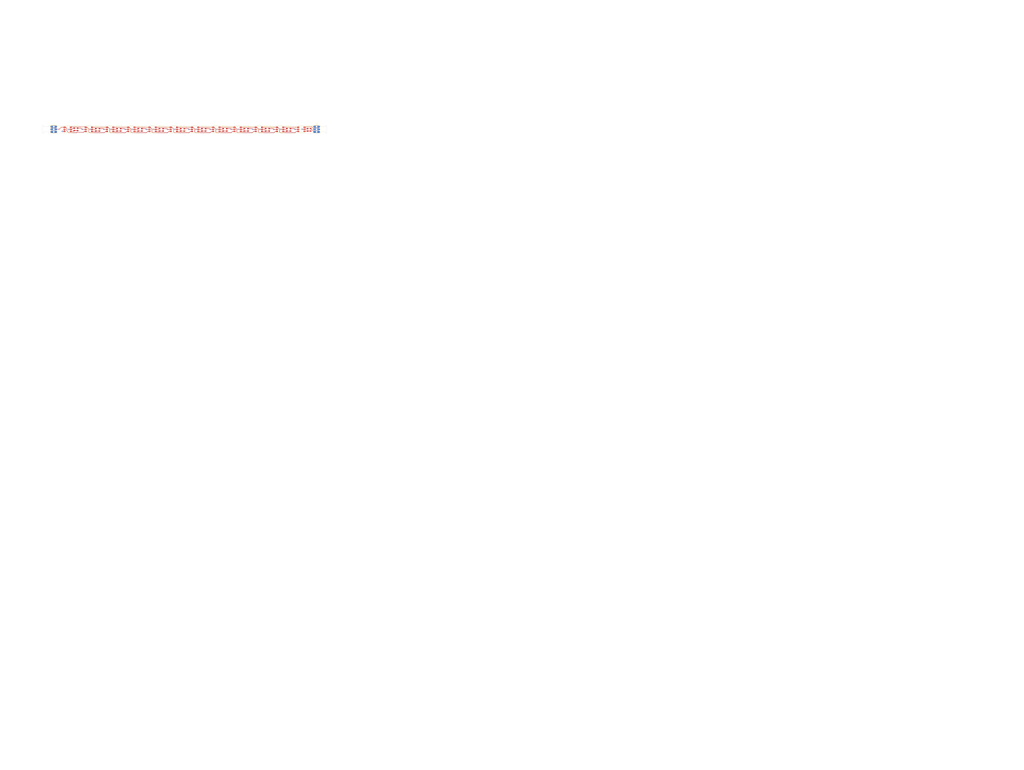
<source format=kicad_pcb>
(kicad_pcb (version 20171130) (host pcbnew "(5.0.0-3-g5ebb6b6)")

  (general
    (thickness 1.6)
    (drawings 111)
    (tracks 267)
    (zones 0)
    (modules 38)
    (nets 28)
  )

  (page A1)
  (layers
    (0 F.Cu signal)
    (1 In1.Cu power)
    (2 In2.Cu power)
    (31 B.Cu signal)
    (32 B.Adhes user)
    (33 F.Adhes user)
    (34 B.Paste user)
    (35 F.Paste user)
    (36 B.SilkS user)
    (37 F.SilkS user)
    (38 B.Mask user)
    (39 F.Mask user)
    (40 Dwgs.User user)
    (41 Cmts.User user)
    (42 Eco1.User user)
    (43 Eco2.User user)
    (44 Edge.Cuts user)
    (45 Margin user)
    (46 B.CrtYd user hide)
    (47 F.CrtYd user hide)
    (48 B.Fab user hide)
    (49 F.Fab user hide)
  )

  (setup
    (last_trace_width 0.3)
    (trace_clearance 0.25)
    (zone_clearance 0.508)
    (zone_45_only no)
    (trace_min 0.2)
    (segment_width 0.15)
    (edge_width 0.15)
    (via_size 1)
    (via_drill 0.6)
    (via_min_size 0.4)
    (via_min_drill 0.3)
    (uvia_size 0.3)
    (uvia_drill 0.1)
    (uvias_allowed no)
    (uvia_min_size 0.2)
    (uvia_min_drill 0.1)
    (pcb_text_width 0.3)
    (pcb_text_size 1.5 1.5)
    (mod_edge_width 0.15)
    (mod_text_size 1 1)
    (mod_text_width 0.15)
    (pad_size 1.524 1.524)
    (pad_drill 0.762)
    (pad_to_mask_clearance 0.2)
    (aux_axis_origin 0 0)
    (visible_elements FFFFFF7F)
    (pcbplotparams
      (layerselection 0x010fc_ffffffff)
      (usegerberextensions false)
      (usegerberattributes false)
      (usegerberadvancedattributes false)
      (creategerberjobfile false)
      (excludeedgelayer true)
      (linewidth 0.050000)
      (plotframeref false)
      (viasonmask false)
      (mode 1)
      (useauxorigin false)
      (hpglpennumber 1)
      (hpglpenspeed 20)
      (hpglpendiameter 15.000000)
      (psnegative false)
      (psa4output false)
      (plotreference true)
      (plotvalue true)
      (plotinvisibletext false)
      (padsonsilk false)
      (subtractmaskfromsilk false)
      (outputformat 1)
      (mirror false)
      (drillshape 1)
      (scaleselection 1)
      (outputdirectory ""))
  )

  (net 0 "")
  (net 1 +5V)
  (net 2 "Net-(D1-Pad4)")
  (net 3 GND)
  (net 4 "Net-(D10-Pad4)")
  (net 5 "Net-(D12-Pad3)")
  (net 6 "Net-(C12-Pad1)")
  (net 7 "Net-(C11-Pad1)")
  (net 8 "Net-(C10-Pad1)")
  (net 9 "Net-(C9-Pad1)")
  (net 10 "Net-(C8-Pad1)")
  (net 11 "Net-(C7-Pad1)")
  (net 12 "Net-(C6-Pad1)")
  (net 13 "Net-(C5-Pad1)")
  (net 14 "Net-(C4-Pad1)")
  (net 15 "Net-(C3-Pad1)")
  (net 16 "Net-(C2-Pad1)")
  (net 17 "Net-(C1-Pad1)")
  (net 18 "Net-(D2-Pad3)")
  (net 19 "Net-(D1-Pad3)")
  (net 20 "Net-(D3-Pad3)")
  (net 21 "Net-(D4-Pad3)")
  (net 22 "Net-(D5-Pad3)")
  (net 23 "Net-(D6-Pad3)")
  (net 24 "Net-(D7-Pad3)")
  (net 25 "Net-(D10-Pad6)")
  (net 26 "Net-(D10-Pad3)")
  (net 27 "Net-(D11-Pad3)")

  (net_class Default "This is the default net class."
    (clearance 0.25)
    (trace_width 0.3)
    (via_dia 1)
    (via_drill 0.6)
    (uvia_dia 0.3)
    (uvia_drill 0.1)
    (add_net +5V)
    (add_net GND)
    (add_net "Net-(C1-Pad1)")
    (add_net "Net-(C10-Pad1)")
    (add_net "Net-(C11-Pad1)")
    (add_net "Net-(C12-Pad1)")
    (add_net "Net-(C2-Pad1)")
    (add_net "Net-(C3-Pad1)")
    (add_net "Net-(C4-Pad1)")
    (add_net "Net-(C5-Pad1)")
    (add_net "Net-(C6-Pad1)")
    (add_net "Net-(C7-Pad1)")
    (add_net "Net-(C8-Pad1)")
    (add_net "Net-(C9-Pad1)")
    (add_net "Net-(D1-Pad3)")
    (add_net "Net-(D1-Pad4)")
    (add_net "Net-(D10-Pad3)")
    (add_net "Net-(D10-Pad4)")
    (add_net "Net-(D10-Pad6)")
    (add_net "Net-(D11-Pad3)")
    (add_net "Net-(D12-Pad3)")
    (add_net "Net-(D2-Pad3)")
    (add_net "Net-(D3-Pad3)")
    (add_net "Net-(D4-Pad3)")
    (add_net "Net-(D5-Pad3)")
    (add_net "Net-(D6-Pad3)")
    (add_net "Net-(D7-Pad3)")
  )

  (module Capacitor_SMD:C_0805_2012Metric (layer F.Cu) (tedit 5B36C52B) (tstamp 5C818AE8)
    (at 190.056652 43.6115 90)
    (descr "Capacitor SMD 0805 (2012 Metric), square (rectangular) end terminal, IPC_7351 nominal, (Body size source: https://docs.google.com/spreadsheets/d/1BsfQQcO9C6DZCsRaXUlFlo91Tg2WpOkGARC1WS5S8t0/edit?usp=sharing), generated with kicad-footprint-generator")
    (tags capacitor)
    (path /5C7A9FCE)
    (attr smd)
    (fp_text reference C8 (at 2.54 -0.126 180) (layer F.SilkS)
      (effects (font (size 1 1) (thickness 0.15)))
    )
    (fp_text value 100NF (at 0 1.65 90) (layer F.Fab)
      (effects (font (size 1 1) (thickness 0.15)))
    )
    (fp_text user %R (at 0 0 90) (layer F.Fab)
      (effects (font (size 0.5 0.5) (thickness 0.08)))
    )
    (fp_line (start 1.68 0.95) (end -1.68 0.95) (layer F.CrtYd) (width 0.05))
    (fp_line (start 1.68 -0.95) (end 1.68 0.95) (layer F.CrtYd) (width 0.05))
    (fp_line (start -1.68 -0.95) (end 1.68 -0.95) (layer F.CrtYd) (width 0.05))
    (fp_line (start -1.68 0.95) (end -1.68 -0.95) (layer F.CrtYd) (width 0.05))
    (fp_line (start -0.258578 0.71) (end 0.258578 0.71) (layer F.SilkS) (width 0.12))
    (fp_line (start -0.258578 -0.71) (end 0.258578 -0.71) (layer F.SilkS) (width 0.12))
    (fp_line (start 1 0.6) (end -1 0.6) (layer F.Fab) (width 0.1))
    (fp_line (start 1 -0.6) (end 1 0.6) (layer F.Fab) (width 0.1))
    (fp_line (start -1 -0.6) (end 1 -0.6) (layer F.Fab) (width 0.1))
    (fp_line (start -1 0.6) (end -1 -0.6) (layer F.Fab) (width 0.1))
    (pad 2 smd roundrect (at 0.9375 0 90) (size 0.975 1.4) (layers F.Cu F.Paste F.Mask) (roundrect_rratio 0.25)
      (net 3 GND))
    (pad 1 smd roundrect (at -0.9375 0 90) (size 0.975 1.4) (layers F.Cu F.Paste F.Mask) (roundrect_rratio 0.25)
      (net 10 "Net-(C8-Pad1)"))
    (model ${KISYS3DMOD}/Capacitor_SMD.3dshapes/C_0805_2012Metric.wrl
      (at (xyz 0 0 0))
      (scale (xyz 1 1 1))
      (rotate (xyz 0 0 0))
    )
  )

  (module Capacitor_SMD:C_0805_2012Metric (layer F.Cu) (tedit 5B36C52B) (tstamp 5C818C65)
    (at 206.702888 43.6115 90)
    (descr "Capacitor SMD 0805 (2012 Metric), square (rectangular) end terminal, IPC_7351 nominal, (Body size source: https://docs.google.com/spreadsheets/d/1BsfQQcO9C6DZCsRaXUlFlo91Tg2WpOkGARC1WS5S8t0/edit?usp=sharing), generated with kicad-footprint-generator")
    (tags capacitor)
    (path /5C7B2D9D)
    (attr smd)
    (fp_text reference C9 (at 2.54 -0.126 180) (layer F.SilkS)
      (effects (font (size 1 1) (thickness 0.15)))
    )
    (fp_text value 100NF (at 0 1.65 90) (layer F.Fab)
      (effects (font (size 1 1) (thickness 0.15)))
    )
    (fp_text user %R (at 0 0 90) (layer F.Fab)
      (effects (font (size 0.5 0.5) (thickness 0.08)))
    )
    (fp_line (start 1.68 0.95) (end -1.68 0.95) (layer F.CrtYd) (width 0.05))
    (fp_line (start 1.68 -0.95) (end 1.68 0.95) (layer F.CrtYd) (width 0.05))
    (fp_line (start -1.68 -0.95) (end 1.68 -0.95) (layer F.CrtYd) (width 0.05))
    (fp_line (start -1.68 0.95) (end -1.68 -0.95) (layer F.CrtYd) (width 0.05))
    (fp_line (start -0.258578 0.71) (end 0.258578 0.71) (layer F.SilkS) (width 0.12))
    (fp_line (start -0.258578 -0.71) (end 0.258578 -0.71) (layer F.SilkS) (width 0.12))
    (fp_line (start 1 0.6) (end -1 0.6) (layer F.Fab) (width 0.1))
    (fp_line (start 1 -0.6) (end 1 0.6) (layer F.Fab) (width 0.1))
    (fp_line (start -1 -0.6) (end 1 -0.6) (layer F.Fab) (width 0.1))
    (fp_line (start -1 0.6) (end -1 -0.6) (layer F.Fab) (width 0.1))
    (pad 2 smd roundrect (at 0.9375 0 90) (size 0.975 1.4) (layers F.Cu F.Paste F.Mask) (roundrect_rratio 0.25)
      (net 3 GND))
    (pad 1 smd roundrect (at -0.9375 0 90) (size 0.975 1.4) (layers F.Cu F.Paste F.Mask) (roundrect_rratio 0.25)
      (net 9 "Net-(C9-Pad1)"))
    (model ${KISYS3DMOD}/Capacitor_SMD.3dshapes/C_0805_2012Metric.wrl
      (at (xyz 0 0 0))
      (scale (xyz 1 1 1))
      (rotate (xyz 0 0 0))
    )
  )

  (module Capacitor_SMD:C_0805_2012Metric (layer F.Cu) (tedit 5B36C52B) (tstamp 5C818770)
    (at 223.349124 43.6115 90)
    (descr "Capacitor SMD 0805 (2012 Metric), square (rectangular) end terminal, IPC_7351 nominal, (Body size source: https://docs.google.com/spreadsheets/d/1BsfQQcO9C6DZCsRaXUlFlo91Tg2WpOkGARC1WS5S8t0/edit?usp=sharing), generated with kicad-footprint-generator")
    (tags capacitor)
    (path /5C7BCB57)
    (attr smd)
    (fp_text reference C10 (at 2.54 -0.126 180) (layer F.SilkS)
      (effects (font (size 1 1) (thickness 0.15)))
    )
    (fp_text value 100NF (at 0 1.65 90) (layer F.Fab)
      (effects (font (size 1 1) (thickness 0.15)))
    )
    (fp_text user %R (at 0 0 90) (layer F.Fab)
      (effects (font (size 0.5 0.5) (thickness 0.08)))
    )
    (fp_line (start 1.68 0.95) (end -1.68 0.95) (layer F.CrtYd) (width 0.05))
    (fp_line (start 1.68 -0.95) (end 1.68 0.95) (layer F.CrtYd) (width 0.05))
    (fp_line (start -1.68 -0.95) (end 1.68 -0.95) (layer F.CrtYd) (width 0.05))
    (fp_line (start -1.68 0.95) (end -1.68 -0.95) (layer F.CrtYd) (width 0.05))
    (fp_line (start -0.258578 0.71) (end 0.258578 0.71) (layer F.SilkS) (width 0.12))
    (fp_line (start -0.258578 -0.71) (end 0.258578 -0.71) (layer F.SilkS) (width 0.12))
    (fp_line (start 1 0.6) (end -1 0.6) (layer F.Fab) (width 0.1))
    (fp_line (start 1 -0.6) (end 1 0.6) (layer F.Fab) (width 0.1))
    (fp_line (start -1 -0.6) (end 1 -0.6) (layer F.Fab) (width 0.1))
    (fp_line (start -1 0.6) (end -1 -0.6) (layer F.Fab) (width 0.1))
    (pad 2 smd roundrect (at 0.9375 0 90) (size 0.975 1.4) (layers F.Cu F.Paste F.Mask) (roundrect_rratio 0.25)
      (net 3 GND))
    (pad 1 smd roundrect (at -0.9375 0 90) (size 0.975 1.4) (layers F.Cu F.Paste F.Mask) (roundrect_rratio 0.25)
      (net 8 "Net-(C10-Pad1)"))
    (model ${KISYS3DMOD}/Capacitor_SMD.3dshapes/C_0805_2012Metric.wrl
      (at (xyz 0 0 0))
      (scale (xyz 1 1 1))
      (rotate (xyz 0 0 0))
    )
  )

  (module Capacitor_SMD:C_0805_2012Metric (layer F.Cu) (tedit 5B36C52B) (tstamp 5C818B9C)
    (at 239.99536 43.6115 90)
    (descr "Capacitor SMD 0805 (2012 Metric), square (rectangular) end terminal, IPC_7351 nominal, (Body size source: https://docs.google.com/spreadsheets/d/1BsfQQcO9C6DZCsRaXUlFlo91Tg2WpOkGARC1WS5S8t0/edit?usp=sharing), generated with kicad-footprint-generator")
    (tags capacitor)
    (path /5C7C7A51)
    (attr smd)
    (fp_text reference C11 (at 2.54 -0.126 180) (layer F.SilkS)
      (effects (font (size 1 1) (thickness 0.15)))
    )
    (fp_text value 100NF (at 0 1.65 90) (layer F.Fab)
      (effects (font (size 1 1) (thickness 0.15)))
    )
    (fp_text user %R (at 0 0 90) (layer F.Fab)
      (effects (font (size 0.5 0.5) (thickness 0.08)))
    )
    (fp_line (start 1.68 0.95) (end -1.68 0.95) (layer F.CrtYd) (width 0.05))
    (fp_line (start 1.68 -0.95) (end 1.68 0.95) (layer F.CrtYd) (width 0.05))
    (fp_line (start -1.68 -0.95) (end 1.68 -0.95) (layer F.CrtYd) (width 0.05))
    (fp_line (start -1.68 0.95) (end -1.68 -0.95) (layer F.CrtYd) (width 0.05))
    (fp_line (start -0.258578 0.71) (end 0.258578 0.71) (layer F.SilkS) (width 0.12))
    (fp_line (start -0.258578 -0.71) (end 0.258578 -0.71) (layer F.SilkS) (width 0.12))
    (fp_line (start 1 0.6) (end -1 0.6) (layer F.Fab) (width 0.1))
    (fp_line (start 1 -0.6) (end 1 0.6) (layer F.Fab) (width 0.1))
    (fp_line (start -1 -0.6) (end 1 -0.6) (layer F.Fab) (width 0.1))
    (fp_line (start -1 0.6) (end -1 -0.6) (layer F.Fab) (width 0.1))
    (pad 2 smd roundrect (at 0.9375 0 90) (size 0.975 1.4) (layers F.Cu F.Paste F.Mask) (roundrect_rratio 0.25)
      (net 3 GND))
    (pad 1 smd roundrect (at -0.9375 0 90) (size 0.975 1.4) (layers F.Cu F.Paste F.Mask) (roundrect_rratio 0.25)
      (net 7 "Net-(C11-Pad1)"))
    (model ${KISYS3DMOD}/Capacitor_SMD.3dshapes/C_0805_2012Metric.wrl
      (at (xyz 0 0 0))
      (scale (xyz 1 1 1))
      (rotate (xyz 0 0 0))
    )
  )

  (module Capacitor_SMD:C_0805_2012Metric (layer F.Cu) (tedit 5B36C52B) (tstamp 5C818DCA)
    (at 255.778 43.6095 90)
    (descr "Capacitor SMD 0805 (2012 Metric), square (rectangular) end terminal, IPC_7351 nominal, (Body size source: https://docs.google.com/spreadsheets/d/1BsfQQcO9C6DZCsRaXUlFlo91Tg2WpOkGARC1WS5S8t0/edit?usp=sharing), generated with kicad-footprint-generator")
    (tags capacitor)
    (path /5C7D3B4F)
    (attr smd)
    (fp_text reference C12 (at 2.6185 0.635 180) (layer F.SilkS)
      (effects (font (size 1 1) (thickness 0.15)))
    )
    (fp_text value 100NF (at 0 1.65 90) (layer F.Fab)
      (effects (font (size 1 1) (thickness 0.15)))
    )
    (fp_text user %R (at 0 0 90) (layer F.Fab)
      (effects (font (size 0.5 0.5) (thickness 0.08)))
    )
    (fp_line (start 1.68 0.95) (end -1.68 0.95) (layer F.CrtYd) (width 0.05))
    (fp_line (start 1.68 -0.95) (end 1.68 0.95) (layer F.CrtYd) (width 0.05))
    (fp_line (start -1.68 -0.95) (end 1.68 -0.95) (layer F.CrtYd) (width 0.05))
    (fp_line (start -1.68 0.95) (end -1.68 -0.95) (layer F.CrtYd) (width 0.05))
    (fp_line (start -0.258578 0.71) (end 0.258578 0.71) (layer F.SilkS) (width 0.12))
    (fp_line (start -0.258578 -0.71) (end 0.258578 -0.71) (layer F.SilkS) (width 0.12))
    (fp_line (start 1 0.6) (end -1 0.6) (layer F.Fab) (width 0.1))
    (fp_line (start 1 -0.6) (end 1 0.6) (layer F.Fab) (width 0.1))
    (fp_line (start -1 -0.6) (end 1 -0.6) (layer F.Fab) (width 0.1))
    (fp_line (start -1 0.6) (end -1 -0.6) (layer F.Fab) (width 0.1))
    (pad 2 smd roundrect (at 0.9375 0 90) (size 0.975 1.4) (layers F.Cu F.Paste F.Mask) (roundrect_rratio 0.25)
      (net 3 GND))
    (pad 1 smd roundrect (at -0.9375 0 90) (size 0.975 1.4) (layers F.Cu F.Paste F.Mask) (roundrect_rratio 0.25)
      (net 6 "Net-(C12-Pad1)"))
    (model ${KISYS3DMOD}/Capacitor_SMD.3dshapes/C_0805_2012Metric.wrl
      (at (xyz 0 0 0))
      (scale (xyz 1 1 1))
      (rotate (xyz 0 0 0))
    )
  )

  (module LED_SMD:LED_WS2812_PLCC6_5.0x5.0mm_P1.6mm (layer F.Cu) (tedit 5AA4B296) (tstamp 5C818C27)
    (at 65.23736 43.20534 180)
    (descr https://cdn-shop.adafruit.com/datasheets/WS2812.pdf)
    (tags "LED RGB NeoPixel")
    (path /5C696CD1)
    (attr smd)
    (fp_text reference D1 (at 5.08 1.58 180) (layer F.SilkS)
      (effects (font (size 1 1) (thickness 0.15)))
    )
    (fp_text value WS2813 (at 0 4 180) (layer F.Fab)
      (effects (font (size 1 1) (thickness 0.15)))
    )
    (fp_circle (center 0 0) (end 0 -2) (layer F.Fab) (width 0.1))
    (fp_line (start -3.65 -2.75) (end 3.65 -2.75) (layer F.SilkS) (width 0.12))
    (fp_line (start -3.65 -1.6) (end -3.65 -2.75) (layer F.SilkS) (width 0.12))
    (fp_line (start -3.65 2.75) (end 3.65 2.75) (layer F.SilkS) (width 0.12))
    (fp_line (start -2.5 2.5) (end -2.5 -2.5) (layer F.Fab) (width 0.1))
    (fp_line (start 2.5 2.5) (end -2.5 2.5) (layer F.Fab) (width 0.1))
    (fp_line (start 2.5 -2.5) (end 2.5 2.5) (layer F.Fab) (width 0.1))
    (fp_line (start -2.5 -2.5) (end 2.5 -2.5) (layer F.Fab) (width 0.1))
    (fp_line (start -2.5 -1.5) (end -1.5 -2.5) (layer F.Fab) (width 0.1))
    (fp_line (start -3.45 -2.75) (end -3.45 2.75) (layer F.CrtYd) (width 0.05))
    (fp_line (start -3.45 2.75) (end 3.45 2.75) (layer F.CrtYd) (width 0.05))
    (fp_line (start 3.45 2.75) (end 3.45 -2.75) (layer F.CrtYd) (width 0.05))
    (fp_line (start 3.45 -2.75) (end -3.45 -2.75) (layer F.CrtYd) (width 0.05))
    (fp_text user %R (at 0 0 180) (layer F.Fab)
      (effects (font (size 0.8 0.8) (thickness 0.15)))
    )
    (pad 1 smd rect (at -2.45 -1.6 180) (size 1.5 1) (layers F.Cu F.Paste F.Mask)
      (net 17 "Net-(C1-Pad1)"))
    (pad 2 smd rect (at -2.45 0 180) (size 1.5 1) (layers F.Cu F.Paste F.Mask)
      (net 1 +5V))
    (pad 3 smd rect (at -2.45 1.6 180) (size 1.5 1) (layers F.Cu F.Paste F.Mask)
      (net 19 "Net-(D1-Pad3)"))
    (pad 6 smd rect (at 2.45 -1.6 180) (size 1.5 1) (layers F.Cu F.Paste F.Mask)
      (net 3 GND))
    (pad 5 smd rect (at 2.45 0 180) (size 1.5 1) (layers F.Cu F.Paste F.Mask)
      (net 3 GND))
    (pad 4 smd rect (at 2.45 1.6 180) (size 1.5 1) (layers F.Cu F.Paste F.Mask)
      (net 2 "Net-(D1-Pad4)"))
    (model ${KISYS3DMOD}/LED_SMD.3dshapes/LED_WS2812_PLCC6_5.0x5.0mm_P1.6mm.wrl
      (at (xyz 0 0 0))
      (scale (xyz 1 1 1))
      (rotate (xyz 0 0 0))
    )
  )

  (module LED_SMD:LED_WS2812_PLCC6_5.0x5.0mm_P1.6mm (layer F.Cu) (tedit 5AA4B296) (tstamp 5C818AAA)
    (at 81.903223 43.20534 180)
    (descr https://cdn-shop.adafruit.com/datasheets/WS2812.pdf)
    (tags "LED RGB NeoPixel")
    (path /5C7693B8)
    (attr smd)
    (fp_text reference D2 (at 5.08 1.58 180) (layer F.SilkS)
      (effects (font (size 1 1) (thickness 0.15)))
    )
    (fp_text value WS2813 (at 0 4 180) (layer F.Fab)
      (effects (font (size 1 1) (thickness 0.15)))
    )
    (fp_circle (center 0 0) (end 0 -2) (layer F.Fab) (width 0.1))
    (fp_line (start -3.65 -2.75) (end 3.65 -2.75) (layer F.SilkS) (width 0.12))
    (fp_line (start -3.65 -1.6) (end -3.65 -2.75) (layer F.SilkS) (width 0.12))
    (fp_line (start -3.65 2.75) (end 3.65 2.75) (layer F.SilkS) (width 0.12))
    (fp_line (start -2.5 2.5) (end -2.5 -2.5) (layer F.Fab) (width 0.1))
    (fp_line (start 2.5 2.5) (end -2.5 2.5) (layer F.Fab) (width 0.1))
    (fp_line (start 2.5 -2.5) (end 2.5 2.5) (layer F.Fab) (width 0.1))
    (fp_line (start -2.5 -2.5) (end 2.5 -2.5) (layer F.Fab) (width 0.1))
    (fp_line (start -2.5 -1.5) (end -1.5 -2.5) (layer F.Fab) (width 0.1))
    (fp_line (start -3.45 -2.75) (end -3.45 2.75) (layer F.CrtYd) (width 0.05))
    (fp_line (start -3.45 2.75) (end 3.45 2.75) (layer F.CrtYd) (width 0.05))
    (fp_line (start 3.45 2.75) (end 3.45 -2.75) (layer F.CrtYd) (width 0.05))
    (fp_line (start 3.45 -2.75) (end -3.45 -2.75) (layer F.CrtYd) (width 0.05))
    (fp_text user %R (at 0 0 180) (layer F.Fab)
      (effects (font (size 0.8 0.8) (thickness 0.15)))
    )
    (pad 1 smd rect (at -2.45 -1.6 180) (size 1.5 1) (layers F.Cu F.Paste F.Mask)
      (net 16 "Net-(C2-Pad1)"))
    (pad 2 smd rect (at -2.45 0 180) (size 1.5 1) (layers F.Cu F.Paste F.Mask)
      (net 1 +5V))
    (pad 3 smd rect (at -2.45 1.6 180) (size 1.5 1) (layers F.Cu F.Paste F.Mask)
      (net 18 "Net-(D2-Pad3)"))
    (pad 6 smd rect (at 2.45 -1.6 180) (size 1.5 1) (layers F.Cu F.Paste F.Mask)
      (net 2 "Net-(D1-Pad4)"))
    (pad 5 smd rect (at 2.45 0 180) (size 1.5 1) (layers F.Cu F.Paste F.Mask)
      (net 3 GND))
    (pad 4 smd rect (at 2.45 1.6 180) (size 1.5 1) (layers F.Cu F.Paste F.Mask)
      (net 19 "Net-(D1-Pad3)"))
    (model ${KISYS3DMOD}/LED_SMD.3dshapes/LED_WS2812_PLCC6_5.0x5.0mm_P1.6mm.wrl
      (at (xyz 0 0 0))
      (scale (xyz 1 1 1))
      (rotate (xyz 0 0 0))
    )
  )

  (module LED_SMD:LED_WS2812_PLCC6_5.0x5.0mm_P1.6mm (layer F.Cu) (tedit 5AA4B296) (tstamp 5C8187A7)
    (at 248.56186 43.20534 180)
    (descr https://cdn-shop.adafruit.com/datasheets/WS2812.pdf)
    (tags "LED RGB NeoPixel")
    (path /5C7D3B65)
    (attr smd)
    (fp_text reference D12 (at 5.08 1.58 180) (layer F.SilkS)
      (effects (font (size 1 1) (thickness 0.15)))
    )
    (fp_text value WS2813 (at 0 4 180) (layer F.Fab)
      (effects (font (size 1 1) (thickness 0.15)))
    )
    (fp_circle (center 0 0) (end 0 -2) (layer F.Fab) (width 0.1))
    (fp_line (start -3.65 -2.75) (end 3.65 -2.75) (layer F.SilkS) (width 0.12))
    (fp_line (start -3.65 -1.6) (end -3.65 -2.75) (layer F.SilkS) (width 0.12))
    (fp_line (start -3.65 2.75) (end 3.65 2.75) (layer F.SilkS) (width 0.12))
    (fp_line (start -2.5 2.5) (end -2.5 -2.5) (layer F.Fab) (width 0.1))
    (fp_line (start 2.5 2.5) (end -2.5 2.5) (layer F.Fab) (width 0.1))
    (fp_line (start 2.5 -2.5) (end 2.5 2.5) (layer F.Fab) (width 0.1))
    (fp_line (start -2.5 -2.5) (end 2.5 -2.5) (layer F.Fab) (width 0.1))
    (fp_line (start -2.5 -1.5) (end -1.5 -2.5) (layer F.Fab) (width 0.1))
    (fp_line (start -3.45 -2.75) (end -3.45 2.75) (layer F.CrtYd) (width 0.05))
    (fp_line (start -3.45 2.75) (end 3.45 2.75) (layer F.CrtYd) (width 0.05))
    (fp_line (start 3.45 2.75) (end 3.45 -2.75) (layer F.CrtYd) (width 0.05))
    (fp_line (start 3.45 -2.75) (end -3.45 -2.75) (layer F.CrtYd) (width 0.05))
    (fp_text user %R (at 0 0 180) (layer F.Fab)
      (effects (font (size 0.8 0.8) (thickness 0.15)))
    )
    (pad 1 smd rect (at -2.45 -1.6 180) (size 1.5 1) (layers F.Cu F.Paste F.Mask)
      (net 6 "Net-(C12-Pad1)"))
    (pad 2 smd rect (at -2.45 0 180) (size 1.5 1) (layers F.Cu F.Paste F.Mask)
      (net 1 +5V))
    (pad 3 smd rect (at -2.45 1.6 180) (size 1.5 1) (layers F.Cu F.Paste F.Mask)
      (net 5 "Net-(D12-Pad3)"))
    (pad 6 smd rect (at 2.45 -1.6 180) (size 1.5 1) (layers F.Cu F.Paste F.Mask)
      (net 26 "Net-(D10-Pad3)"))
    (pad 5 smd rect (at 2.45 0 180) (size 1.5 1) (layers F.Cu F.Paste F.Mask)
      (net 3 GND))
    (pad 4 smd rect (at 2.45 1.6 180) (size 1.5 1) (layers F.Cu F.Paste F.Mask)
      (net 27 "Net-(D11-Pad3)"))
    (model ${KISYS3DMOD}/LED_SMD.3dshapes/LED_WS2812_PLCC6_5.0x5.0mm_P1.6mm.wrl
      (at (xyz 0 0 0))
      (scale (xyz 1 1 1))
      (rotate (xyz 0 0 0))
    )
  )

  (module LED_SMD:LED_WS2812_PLCC6_5.0x5.0mm_P1.6mm (layer F.Cu) (tedit 5AA4B296) (tstamp 5C818D8C)
    (at 231.89599 43.20534 180)
    (descr https://cdn-shop.adafruit.com/datasheets/WS2812.pdf)
    (tags "LED RGB NeoPixel")
    (path /5C7C7A67)
    (attr smd)
    (fp_text reference D11 (at 5.08 1.58 180) (layer F.SilkS)
      (effects (font (size 1 1) (thickness 0.15)))
    )
    (fp_text value WS2813 (at 0 4 180) (layer F.Fab)
      (effects (font (size 1 1) (thickness 0.15)))
    )
    (fp_circle (center 0 0) (end 0 -2) (layer F.Fab) (width 0.1))
    (fp_line (start -3.65 -2.75) (end 3.65 -2.75) (layer F.SilkS) (width 0.12))
    (fp_line (start -3.65 -1.6) (end -3.65 -2.75) (layer F.SilkS) (width 0.12))
    (fp_line (start -3.65 2.75) (end 3.65 2.75) (layer F.SilkS) (width 0.12))
    (fp_line (start -2.5 2.5) (end -2.5 -2.5) (layer F.Fab) (width 0.1))
    (fp_line (start 2.5 2.5) (end -2.5 2.5) (layer F.Fab) (width 0.1))
    (fp_line (start 2.5 -2.5) (end 2.5 2.5) (layer F.Fab) (width 0.1))
    (fp_line (start -2.5 -2.5) (end 2.5 -2.5) (layer F.Fab) (width 0.1))
    (fp_line (start -2.5 -1.5) (end -1.5 -2.5) (layer F.Fab) (width 0.1))
    (fp_line (start -3.45 -2.75) (end -3.45 2.75) (layer F.CrtYd) (width 0.05))
    (fp_line (start -3.45 2.75) (end 3.45 2.75) (layer F.CrtYd) (width 0.05))
    (fp_line (start 3.45 2.75) (end 3.45 -2.75) (layer F.CrtYd) (width 0.05))
    (fp_line (start 3.45 -2.75) (end -3.45 -2.75) (layer F.CrtYd) (width 0.05))
    (fp_text user %R (at 0 0 180) (layer F.Fab)
      (effects (font (size 0.8 0.8) (thickness 0.15)))
    )
    (pad 1 smd rect (at -2.45 -1.6 180) (size 1.5 1) (layers F.Cu F.Paste F.Mask)
      (net 7 "Net-(C11-Pad1)"))
    (pad 2 smd rect (at -2.45 0 180) (size 1.5 1) (layers F.Cu F.Paste F.Mask)
      (net 1 +5V))
    (pad 3 smd rect (at -2.45 1.6 180) (size 1.5 1) (layers F.Cu F.Paste F.Mask)
      (net 27 "Net-(D11-Pad3)"))
    (pad 6 smd rect (at 2.45 -1.6 180) (size 1.5 1) (layers F.Cu F.Paste F.Mask)
      (net 4 "Net-(D10-Pad4)"))
    (pad 5 smd rect (at 2.45 0 180) (size 1.5 1) (layers F.Cu F.Paste F.Mask)
      (net 3 GND))
    (pad 4 smd rect (at 2.45 1.6 180) (size 1.5 1) (layers F.Cu F.Paste F.Mask)
      (net 26 "Net-(D10-Pad3)"))
    (model ${KISYS3DMOD}/LED_SMD.3dshapes/LED_WS2812_PLCC6_5.0x5.0mm_P1.6mm.wrl
      (at (xyz 0 0 0))
      (scale (xyz 1 1 1))
      (rotate (xyz 0 0 0))
    )
  )

  (module LED_SMD:LED_WS2812_PLCC6_5.0x5.0mm_P1.6mm (layer F.Cu) (tedit 5AA4B296) (tstamp 5C818831)
    (at 215.230127 43.20534 180)
    (descr https://cdn-shop.adafruit.com/datasheets/WS2812.pdf)
    (tags "LED RGB NeoPixel")
    (path /5C7BCB6D)
    (attr smd)
    (fp_text reference D10 (at 5.08 1.58 180) (layer F.SilkS)
      (effects (font (size 1 1) (thickness 0.15)))
    )
    (fp_text value WS2813 (at 0 4 180) (layer F.Fab)
      (effects (font (size 1 1) (thickness 0.15)))
    )
    (fp_circle (center 0 0) (end 0 -2) (layer F.Fab) (width 0.1))
    (fp_line (start -3.65 -2.75) (end 3.65 -2.75) (layer F.SilkS) (width 0.12))
    (fp_line (start -3.65 -1.6) (end -3.65 -2.75) (layer F.SilkS) (width 0.12))
    (fp_line (start -3.65 2.75) (end 3.65 2.75) (layer F.SilkS) (width 0.12))
    (fp_line (start -2.5 2.5) (end -2.5 -2.5) (layer F.Fab) (width 0.1))
    (fp_line (start 2.5 2.5) (end -2.5 2.5) (layer F.Fab) (width 0.1))
    (fp_line (start 2.5 -2.5) (end 2.5 2.5) (layer F.Fab) (width 0.1))
    (fp_line (start -2.5 -2.5) (end 2.5 -2.5) (layer F.Fab) (width 0.1))
    (fp_line (start -2.5 -1.5) (end -1.5 -2.5) (layer F.Fab) (width 0.1))
    (fp_line (start -3.45 -2.75) (end -3.45 2.75) (layer F.CrtYd) (width 0.05))
    (fp_line (start -3.45 2.75) (end 3.45 2.75) (layer F.CrtYd) (width 0.05))
    (fp_line (start 3.45 2.75) (end 3.45 -2.75) (layer F.CrtYd) (width 0.05))
    (fp_line (start 3.45 -2.75) (end -3.45 -2.75) (layer F.CrtYd) (width 0.05))
    (fp_text user %R (at 0 0 180) (layer F.Fab)
      (effects (font (size 0.8 0.8) (thickness 0.15)))
    )
    (pad 1 smd rect (at -2.45 -1.6 180) (size 1.5 1) (layers F.Cu F.Paste F.Mask)
      (net 8 "Net-(C10-Pad1)"))
    (pad 2 smd rect (at -2.45 0 180) (size 1.5 1) (layers F.Cu F.Paste F.Mask)
      (net 1 +5V))
    (pad 3 smd rect (at -2.45 1.6 180) (size 1.5 1) (layers F.Cu F.Paste F.Mask)
      (net 26 "Net-(D10-Pad3)"))
    (pad 6 smd rect (at 2.45 -1.6 180) (size 1.5 1) (layers F.Cu F.Paste F.Mask)
      (net 25 "Net-(D10-Pad6)"))
    (pad 5 smd rect (at 2.45 0 180) (size 1.5 1) (layers F.Cu F.Paste F.Mask)
      (net 3 GND))
    (pad 4 smd rect (at 2.45 1.6 180) (size 1.5 1) (layers F.Cu F.Paste F.Mask)
      (net 4 "Net-(D10-Pad4)"))
    (model ${KISYS3DMOD}/LED_SMD.3dshapes/LED_WS2812_PLCC6_5.0x5.0mm_P1.6mm.wrl
      (at (xyz 0 0 0))
      (scale (xyz 1 1 1))
      (rotate (xyz 0 0 0))
    )
  )

  (module LED_SMD:LED_WS2812_PLCC6_5.0x5.0mm_P1.6mm (layer F.Cu) (tedit 5AA4B296) (tstamp 5C81894B)
    (at 198.564264 43.20534 180)
    (descr https://cdn-shop.adafruit.com/datasheets/WS2812.pdf)
    (tags "LED RGB NeoPixel")
    (path /5C7B2DB3)
    (attr smd)
    (fp_text reference D9 (at 5.08 1.58 180) (layer F.SilkS)
      (effects (font (size 1 1) (thickness 0.15)))
    )
    (fp_text value WS2813 (at 0 4 180) (layer F.Fab)
      (effects (font (size 1 1) (thickness 0.15)))
    )
    (fp_circle (center 0 0) (end 0 -2) (layer F.Fab) (width 0.1))
    (fp_line (start -3.65 -2.75) (end 3.65 -2.75) (layer F.SilkS) (width 0.12))
    (fp_line (start -3.65 -1.6) (end -3.65 -2.75) (layer F.SilkS) (width 0.12))
    (fp_line (start -3.65 2.75) (end 3.65 2.75) (layer F.SilkS) (width 0.12))
    (fp_line (start -2.5 2.5) (end -2.5 -2.5) (layer F.Fab) (width 0.1))
    (fp_line (start 2.5 2.5) (end -2.5 2.5) (layer F.Fab) (width 0.1))
    (fp_line (start 2.5 -2.5) (end 2.5 2.5) (layer F.Fab) (width 0.1))
    (fp_line (start -2.5 -2.5) (end 2.5 -2.5) (layer F.Fab) (width 0.1))
    (fp_line (start -2.5 -1.5) (end -1.5 -2.5) (layer F.Fab) (width 0.1))
    (fp_line (start -3.45 -2.75) (end -3.45 2.75) (layer F.CrtYd) (width 0.05))
    (fp_line (start -3.45 2.75) (end 3.45 2.75) (layer F.CrtYd) (width 0.05))
    (fp_line (start 3.45 2.75) (end 3.45 -2.75) (layer F.CrtYd) (width 0.05))
    (fp_line (start 3.45 -2.75) (end -3.45 -2.75) (layer F.CrtYd) (width 0.05))
    (fp_text user %R (at 0 0 180) (layer F.Fab)
      (effects (font (size 0.8 0.8) (thickness 0.15)))
    )
    (pad 1 smd rect (at -2.45 -1.6 180) (size 1.5 1) (layers F.Cu F.Paste F.Mask)
      (net 9 "Net-(C9-Pad1)"))
    (pad 2 smd rect (at -2.45 0 180) (size 1.5 1) (layers F.Cu F.Paste F.Mask)
      (net 1 +5V))
    (pad 3 smd rect (at -2.45 1.6 180) (size 1.5 1) (layers F.Cu F.Paste F.Mask)
      (net 4 "Net-(D10-Pad4)"))
    (pad 6 smd rect (at 2.45 -1.6 180) (size 1.5 1) (layers F.Cu F.Paste F.Mask)
      (net 24 "Net-(D7-Pad3)"))
    (pad 5 smd rect (at 2.45 0 180) (size 1.5 1) (layers F.Cu F.Paste F.Mask)
      (net 3 GND))
    (pad 4 smd rect (at 2.45 1.6 180) (size 1.5 1) (layers F.Cu F.Paste F.Mask)
      (net 25 "Net-(D10-Pad6)"))
    (model ${KISYS3DMOD}/LED_SMD.3dshapes/LED_WS2812_PLCC6_5.0x5.0mm_P1.6mm.wrl
      (at (xyz 0 0 0))
      (scale (xyz 1 1 1))
      (rotate (xyz 0 0 0))
    )
  )

  (module LED_SMD:LED_WS2812_PLCC6_5.0x5.0mm_P1.6mm (layer F.Cu) (tedit 5AA4B296) (tstamp 5C818A65)
    (at 181.898401 43.20534 180)
    (descr https://cdn-shop.adafruit.com/datasheets/WS2812.pdf)
    (tags "LED RGB NeoPixel")
    (path /5C7A9FE4)
    (attr smd)
    (fp_text reference D8 (at 5.08 1.58 180) (layer F.SilkS)
      (effects (font (size 1 1) (thickness 0.15)))
    )
    (fp_text value WS2813 (at 0 4 180) (layer F.Fab)
      (effects (font (size 1 1) (thickness 0.15)))
    )
    (fp_circle (center 0 0) (end 0 -2) (layer F.Fab) (width 0.1))
    (fp_line (start -3.65 -2.75) (end 3.65 -2.75) (layer F.SilkS) (width 0.12))
    (fp_line (start -3.65 -1.6) (end -3.65 -2.75) (layer F.SilkS) (width 0.12))
    (fp_line (start -3.65 2.75) (end 3.65 2.75) (layer F.SilkS) (width 0.12))
    (fp_line (start -2.5 2.5) (end -2.5 -2.5) (layer F.Fab) (width 0.1))
    (fp_line (start 2.5 2.5) (end -2.5 2.5) (layer F.Fab) (width 0.1))
    (fp_line (start 2.5 -2.5) (end 2.5 2.5) (layer F.Fab) (width 0.1))
    (fp_line (start -2.5 -2.5) (end 2.5 -2.5) (layer F.Fab) (width 0.1))
    (fp_line (start -2.5 -1.5) (end -1.5 -2.5) (layer F.Fab) (width 0.1))
    (fp_line (start -3.45 -2.75) (end -3.45 2.75) (layer F.CrtYd) (width 0.05))
    (fp_line (start -3.45 2.75) (end 3.45 2.75) (layer F.CrtYd) (width 0.05))
    (fp_line (start 3.45 2.75) (end 3.45 -2.75) (layer F.CrtYd) (width 0.05))
    (fp_line (start 3.45 -2.75) (end -3.45 -2.75) (layer F.CrtYd) (width 0.05))
    (fp_text user %R (at 0 0 180) (layer F.Fab)
      (effects (font (size 0.8 0.8) (thickness 0.15)))
    )
    (pad 1 smd rect (at -2.45 -1.6 180) (size 1.5 1) (layers F.Cu F.Paste F.Mask)
      (net 10 "Net-(C8-Pad1)"))
    (pad 2 smd rect (at -2.45 0 180) (size 1.5 1) (layers F.Cu F.Paste F.Mask)
      (net 1 +5V))
    (pad 3 smd rect (at -2.45 1.6 180) (size 1.5 1) (layers F.Cu F.Paste F.Mask)
      (net 25 "Net-(D10-Pad6)"))
    (pad 6 smd rect (at 2.45 -1.6 180) (size 1.5 1) (layers F.Cu F.Paste F.Mask)
      (net 23 "Net-(D6-Pad3)"))
    (pad 5 smd rect (at 2.45 0 180) (size 1.5 1) (layers F.Cu F.Paste F.Mask)
      (net 3 GND))
    (pad 4 smd rect (at 2.45 1.6 180) (size 1.5 1) (layers F.Cu F.Paste F.Mask)
      (net 24 "Net-(D7-Pad3)"))
    (model ${KISYS3DMOD}/LED_SMD.3dshapes/LED_WS2812_PLCC6_5.0x5.0mm_P1.6mm.wrl
      (at (xyz 0 0 0))
      (scale (xyz 1 1 1))
      (rotate (xyz 0 0 0))
    )
  )

  (module LED_SMD:LED_WS2812_PLCC6_5.0x5.0mm_P1.6mm (layer F.Cu) (tedit 5AA4B296) (tstamp 5C8187EC)
    (at 165.232538 43.20534 180)
    (descr https://cdn-shop.adafruit.com/datasheets/WS2812.pdf)
    (tags "LED RGB NeoPixel")
    (path /5C7A2344)
    (attr smd)
    (fp_text reference D7 (at 5.08 1.58 180) (layer F.SilkS)
      (effects (font (size 1 1) (thickness 0.15)))
    )
    (fp_text value WS2813 (at 0 4 180) (layer F.Fab)
      (effects (font (size 1 1) (thickness 0.15)))
    )
    (fp_circle (center 0 0) (end 0 -2) (layer F.Fab) (width 0.1))
    (fp_line (start -3.65 -2.75) (end 3.65 -2.75) (layer F.SilkS) (width 0.12))
    (fp_line (start -3.65 -1.6) (end -3.65 -2.75) (layer F.SilkS) (width 0.12))
    (fp_line (start -3.65 2.75) (end 3.65 2.75) (layer F.SilkS) (width 0.12))
    (fp_line (start -2.5 2.5) (end -2.5 -2.5) (layer F.Fab) (width 0.1))
    (fp_line (start 2.5 2.5) (end -2.5 2.5) (layer F.Fab) (width 0.1))
    (fp_line (start 2.5 -2.5) (end 2.5 2.5) (layer F.Fab) (width 0.1))
    (fp_line (start -2.5 -2.5) (end 2.5 -2.5) (layer F.Fab) (width 0.1))
    (fp_line (start -2.5 -1.5) (end -1.5 -2.5) (layer F.Fab) (width 0.1))
    (fp_line (start -3.45 -2.75) (end -3.45 2.75) (layer F.CrtYd) (width 0.05))
    (fp_line (start -3.45 2.75) (end 3.45 2.75) (layer F.CrtYd) (width 0.05))
    (fp_line (start 3.45 2.75) (end 3.45 -2.75) (layer F.CrtYd) (width 0.05))
    (fp_line (start 3.45 -2.75) (end -3.45 -2.75) (layer F.CrtYd) (width 0.05))
    (fp_text user %R (at 0 0 180) (layer F.Fab)
      (effects (font (size 0.8 0.8) (thickness 0.15)))
    )
    (pad 1 smd rect (at -2.45 -1.6 180) (size 1.5 1) (layers F.Cu F.Paste F.Mask)
      (net 11 "Net-(C7-Pad1)"))
    (pad 2 smd rect (at -2.45 0 180) (size 1.5 1) (layers F.Cu F.Paste F.Mask)
      (net 1 +5V))
    (pad 3 smd rect (at -2.45 1.6 180) (size 1.5 1) (layers F.Cu F.Paste F.Mask)
      (net 24 "Net-(D7-Pad3)"))
    (pad 6 smd rect (at 2.45 -1.6 180) (size 1.5 1) (layers F.Cu F.Paste F.Mask)
      (net 22 "Net-(D5-Pad3)"))
    (pad 5 smd rect (at 2.45 0 180) (size 1.5 1) (layers F.Cu F.Paste F.Mask)
      (net 3 GND))
    (pad 4 smd rect (at 2.45 1.6 180) (size 1.5 1) (layers F.Cu F.Paste F.Mask)
      (net 23 "Net-(D6-Pad3)"))
    (model ${KISYS3DMOD}/LED_SMD.3dshapes/LED_WS2812_PLCC6_5.0x5.0mm_P1.6mm.wrl
      (at (xyz 0 0 0))
      (scale (xyz 1 1 1))
      (rotate (xyz 0 0 0))
    )
  )

  (module LED_SMD:LED_WS2812_PLCC6_5.0x5.0mm_P1.6mm (layer F.Cu) (tedit 5AA4B296) (tstamp 5C818E61)
    (at 148.566675 43.20534 180)
    (descr https://cdn-shop.adafruit.com/datasheets/WS2812.pdf)
    (tags "LED RGB NeoPixel")
    (path /5C79B69A)
    (attr smd)
    (fp_text reference D6 (at 5.08 1.58 180) (layer F.SilkS)
      (effects (font (size 1 1) (thickness 0.15)))
    )
    (fp_text value WS2813 (at 0 4 180) (layer F.Fab)
      (effects (font (size 1 1) (thickness 0.15)))
    )
    (fp_circle (center 0 0) (end 0 -2) (layer F.Fab) (width 0.1))
    (fp_line (start -3.65 -2.75) (end 3.65 -2.75) (layer F.SilkS) (width 0.12))
    (fp_line (start -3.65 -1.6) (end -3.65 -2.75) (layer F.SilkS) (width 0.12))
    (fp_line (start -3.65 2.75) (end 3.65 2.75) (layer F.SilkS) (width 0.12))
    (fp_line (start -2.5 2.5) (end -2.5 -2.5) (layer F.Fab) (width 0.1))
    (fp_line (start 2.5 2.5) (end -2.5 2.5) (layer F.Fab) (width 0.1))
    (fp_line (start 2.5 -2.5) (end 2.5 2.5) (layer F.Fab) (width 0.1))
    (fp_line (start -2.5 -2.5) (end 2.5 -2.5) (layer F.Fab) (width 0.1))
    (fp_line (start -2.5 -1.5) (end -1.5 -2.5) (layer F.Fab) (width 0.1))
    (fp_line (start -3.45 -2.75) (end -3.45 2.75) (layer F.CrtYd) (width 0.05))
    (fp_line (start -3.45 2.75) (end 3.45 2.75) (layer F.CrtYd) (width 0.05))
    (fp_line (start 3.45 2.75) (end 3.45 -2.75) (layer F.CrtYd) (width 0.05))
    (fp_line (start 3.45 -2.75) (end -3.45 -2.75) (layer F.CrtYd) (width 0.05))
    (fp_text user %R (at 0 0 180) (layer F.Fab)
      (effects (font (size 0.8 0.8) (thickness 0.15)))
    )
    (pad 1 smd rect (at -2.45 -1.6 180) (size 1.5 1) (layers F.Cu F.Paste F.Mask)
      (net 12 "Net-(C6-Pad1)"))
    (pad 2 smd rect (at -2.45 0 180) (size 1.5 1) (layers F.Cu F.Paste F.Mask)
      (net 1 +5V))
    (pad 3 smd rect (at -2.45 1.6 180) (size 1.5 1) (layers F.Cu F.Paste F.Mask)
      (net 23 "Net-(D6-Pad3)"))
    (pad 6 smd rect (at 2.45 -1.6 180) (size 1.5 1) (layers F.Cu F.Paste F.Mask)
      (net 21 "Net-(D4-Pad3)"))
    (pad 5 smd rect (at 2.45 0 180) (size 1.5 1) (layers F.Cu F.Paste F.Mask)
      (net 3 GND))
    (pad 4 smd rect (at 2.45 1.6 180) (size 1.5 1) (layers F.Cu F.Paste F.Mask)
      (net 22 "Net-(D5-Pad3)"))
    (model ${KISYS3DMOD}/LED_SMD.3dshapes/LED_WS2812_PLCC6_5.0x5.0mm_P1.6mm.wrl
      (at (xyz 0 0 0))
      (scale (xyz 1 1 1))
      (rotate (xyz 0 0 0))
    )
  )

  (module LED_SMD:LED_WS2812_PLCC6_5.0x5.0mm_P1.6mm (layer F.Cu) (tedit 5AA4B296) (tstamp 5C8188A6)
    (at 131.900812 43.20534 180)
    (descr https://cdn-shop.adafruit.com/datasheets/WS2812.pdf)
    (tags "LED RGB NeoPixel")
    (path /5C795971)
    (attr smd)
    (fp_text reference D5 (at 5.08 1.58 180) (layer F.SilkS)
      (effects (font (size 1 1) (thickness 0.15)))
    )
    (fp_text value WS2813 (at 0 4 180) (layer F.Fab)
      (effects (font (size 1 1) (thickness 0.15)))
    )
    (fp_circle (center 0 0) (end 0 -2) (layer F.Fab) (width 0.1))
    (fp_line (start -3.65 -2.75) (end 3.65 -2.75) (layer F.SilkS) (width 0.12))
    (fp_line (start -3.65 -1.6) (end -3.65 -2.75) (layer F.SilkS) (width 0.12))
    (fp_line (start -3.65 2.75) (end 3.65 2.75) (layer F.SilkS) (width 0.12))
    (fp_line (start -2.5 2.5) (end -2.5 -2.5) (layer F.Fab) (width 0.1))
    (fp_line (start 2.5 2.5) (end -2.5 2.5) (layer F.Fab) (width 0.1))
    (fp_line (start 2.5 -2.5) (end 2.5 2.5) (layer F.Fab) (width 0.1))
    (fp_line (start -2.5 -2.5) (end 2.5 -2.5) (layer F.Fab) (width 0.1))
    (fp_line (start -2.5 -1.5) (end -1.5 -2.5) (layer F.Fab) (width 0.1))
    (fp_line (start -3.45 -2.75) (end -3.45 2.75) (layer F.CrtYd) (width 0.05))
    (fp_line (start -3.45 2.75) (end 3.45 2.75) (layer F.CrtYd) (width 0.05))
    (fp_line (start 3.45 2.75) (end 3.45 -2.75) (layer F.CrtYd) (width 0.05))
    (fp_line (start 3.45 -2.75) (end -3.45 -2.75) (layer F.CrtYd) (width 0.05))
    (fp_text user %R (at 0 0 180) (layer F.Fab)
      (effects (font (size 0.8 0.8) (thickness 0.15)))
    )
    (pad 1 smd rect (at -2.45 -1.6 180) (size 1.5 1) (layers F.Cu F.Paste F.Mask)
      (net 13 "Net-(C5-Pad1)"))
    (pad 2 smd rect (at -2.45 0 180) (size 1.5 1) (layers F.Cu F.Paste F.Mask)
      (net 1 +5V))
    (pad 3 smd rect (at -2.45 1.6 180) (size 1.5 1) (layers F.Cu F.Paste F.Mask)
      (net 22 "Net-(D5-Pad3)"))
    (pad 6 smd rect (at 2.45 -1.6 180) (size 1.5 1) (layers F.Cu F.Paste F.Mask)
      (net 20 "Net-(D3-Pad3)"))
    (pad 5 smd rect (at 2.45 0 180) (size 1.5 1) (layers F.Cu F.Paste F.Mask)
      (net 3 GND))
    (pad 4 smd rect (at 2.45 1.6 180) (size 1.5 1) (layers F.Cu F.Paste F.Mask)
      (net 21 "Net-(D4-Pad3)"))
    (model ${KISYS3DMOD}/LED_SMD.3dshapes/LED_WS2812_PLCC6_5.0x5.0mm_P1.6mm.wrl
      (at (xyz 0 0 0))
      (scale (xyz 1 1 1))
      (rotate (xyz 0 0 0))
    )
  )

  (module LED_SMD:LED_WS2812_PLCC6_5.0x5.0mm_P1.6mm (layer F.Cu) (tedit 5AA4B296) (tstamp 5C818EA6)
    (at 115.234949 43.20534 180)
    (descr https://cdn-shop.adafruit.com/datasheets/WS2812.pdf)
    (tags "LED RGB NeoPixel")
    (path /5C790B3F)
    (attr smd)
    (fp_text reference D4 (at 5.08 1.58 180) (layer F.SilkS)
      (effects (font (size 1 1) (thickness 0.15)))
    )
    (fp_text value WS2813 (at 0 4 180) (layer F.Fab)
      (effects (font (size 1 1) (thickness 0.15)))
    )
    (fp_circle (center 0 0) (end 0 -2) (layer F.Fab) (width 0.1))
    (fp_line (start -3.65 -2.75) (end 3.65 -2.75) (layer F.SilkS) (width 0.12))
    (fp_line (start -3.65 -1.6) (end -3.65 -2.75) (layer F.SilkS) (width 0.12))
    (fp_line (start -3.65 2.75) (end 3.65 2.75) (layer F.SilkS) (width 0.12))
    (fp_line (start -2.5 2.5) (end -2.5 -2.5) (layer F.Fab) (width 0.1))
    (fp_line (start 2.5 2.5) (end -2.5 2.5) (layer F.Fab) (width 0.1))
    (fp_line (start 2.5 -2.5) (end 2.5 2.5) (layer F.Fab) (width 0.1))
    (fp_line (start -2.5 -2.5) (end 2.5 -2.5) (layer F.Fab) (width 0.1))
    (fp_line (start -2.5 -1.5) (end -1.5 -2.5) (layer F.Fab) (width 0.1))
    (fp_line (start -3.45 -2.75) (end -3.45 2.75) (layer F.CrtYd) (width 0.05))
    (fp_line (start -3.45 2.75) (end 3.45 2.75) (layer F.CrtYd) (width 0.05))
    (fp_line (start 3.45 2.75) (end 3.45 -2.75) (layer F.CrtYd) (width 0.05))
    (fp_line (start 3.45 -2.75) (end -3.45 -2.75) (layer F.CrtYd) (width 0.05))
    (fp_text user %R (at 0 0 180) (layer F.Fab)
      (effects (font (size 0.8 0.8) (thickness 0.15)))
    )
    (pad 1 smd rect (at -2.45 -1.6 180) (size 1.5 1) (layers F.Cu F.Paste F.Mask)
      (net 14 "Net-(C4-Pad1)"))
    (pad 2 smd rect (at -2.45 0 180) (size 1.5 1) (layers F.Cu F.Paste F.Mask)
      (net 1 +5V))
    (pad 3 smd rect (at -2.45 1.6 180) (size 1.5 1) (layers F.Cu F.Paste F.Mask)
      (net 21 "Net-(D4-Pad3)"))
    (pad 6 smd rect (at 2.45 -1.6 180) (size 1.5 1) (layers F.Cu F.Paste F.Mask)
      (net 18 "Net-(D2-Pad3)"))
    (pad 5 smd rect (at 2.45 0 180) (size 1.5 1) (layers F.Cu F.Paste F.Mask)
      (net 3 GND))
    (pad 4 smd rect (at 2.45 1.6 180) (size 1.5 1) (layers F.Cu F.Paste F.Mask)
      (net 20 "Net-(D3-Pad3)"))
    (model ${KISYS3DMOD}/LED_SMD.3dshapes/LED_WS2812_PLCC6_5.0x5.0mm_P1.6mm.wrl
      (at (xyz 0 0 0))
      (scale (xyz 1 1 1))
      (rotate (xyz 0 0 0))
    )
  )

  (module LED_SMD:LED_WS2812_PLCC6_5.0x5.0mm_P1.6mm (layer F.Cu) (tedit 5AA4B296) (tstamp 5C818A20)
    (at 98.569086 43.20534 180)
    (descr https://cdn-shop.adafruit.com/datasheets/WS2812.pdf)
    (tags "LED RGB NeoPixel")
    (path /5C78CACB)
    (attr smd)
    (fp_text reference D3 (at 5.08 1.58 180) (layer F.SilkS)
      (effects (font (size 1 1) (thickness 0.15)))
    )
    (fp_text value WS2813 (at 0 4 180) (layer F.Fab)
      (effects (font (size 1 1) (thickness 0.15)))
    )
    (fp_circle (center 0 0) (end 0 -2) (layer F.Fab) (width 0.1))
    (fp_line (start -3.65 -2.75) (end 3.65 -2.75) (layer F.SilkS) (width 0.12))
    (fp_line (start -3.65 -1.6) (end -3.65 -2.75) (layer F.SilkS) (width 0.12))
    (fp_line (start -3.65 2.75) (end 3.65 2.75) (layer F.SilkS) (width 0.12))
    (fp_line (start -2.5 2.5) (end -2.5 -2.5) (layer F.Fab) (width 0.1))
    (fp_line (start 2.5 2.5) (end -2.5 2.5) (layer F.Fab) (width 0.1))
    (fp_line (start 2.5 -2.5) (end 2.5 2.5) (layer F.Fab) (width 0.1))
    (fp_line (start -2.5 -2.5) (end 2.5 -2.5) (layer F.Fab) (width 0.1))
    (fp_line (start -2.5 -1.5) (end -1.5 -2.5) (layer F.Fab) (width 0.1))
    (fp_line (start -3.45 -2.75) (end -3.45 2.75) (layer F.CrtYd) (width 0.05))
    (fp_line (start -3.45 2.75) (end 3.45 2.75) (layer F.CrtYd) (width 0.05))
    (fp_line (start 3.45 2.75) (end 3.45 -2.75) (layer F.CrtYd) (width 0.05))
    (fp_line (start 3.45 -2.75) (end -3.45 -2.75) (layer F.CrtYd) (width 0.05))
    (fp_text user %R (at 0 0 180) (layer F.Fab)
      (effects (font (size 0.8 0.8) (thickness 0.15)))
    )
    (pad 1 smd rect (at -2.45 -1.6 180) (size 1.5 1) (layers F.Cu F.Paste F.Mask)
      (net 15 "Net-(C3-Pad1)"))
    (pad 2 smd rect (at -2.45 0 180) (size 1.5 1) (layers F.Cu F.Paste F.Mask)
      (net 1 +5V))
    (pad 3 smd rect (at -2.45 1.6 180) (size 1.5 1) (layers F.Cu F.Paste F.Mask)
      (net 20 "Net-(D3-Pad3)"))
    (pad 6 smd rect (at 2.45 -1.6 180) (size 1.5 1) (layers F.Cu F.Paste F.Mask)
      (net 19 "Net-(D1-Pad3)"))
    (pad 5 smd rect (at 2.45 0 180) (size 1.5 1) (layers F.Cu F.Paste F.Mask)
      (net 3 GND))
    (pad 4 smd rect (at 2.45 1.6 180) (size 1.5 1) (layers F.Cu F.Paste F.Mask)
      (net 18 "Net-(D2-Pad3)"))
    (model ${KISYS3DMOD}/LED_SMD.3dshapes/LED_WS2812_PLCC6_5.0x5.0mm_P1.6mm.wrl
      (at (xyz 0 0 0))
      (scale (xyz 1 1 1))
      (rotate (xyz 0 0 0))
    )
  )

  (module Resistor_SMD:R_0805_2012Metric (layer F.Cu) (tedit 5B36C52B) (tstamp 5C818E2A)
    (at 70.485 43.2305 270)
    (descr "Resistor SMD 0805 (2012 Metric), square (rectangular) end terminal, IPC_7351 nominal, (Body size source: https://docs.google.com/spreadsheets/d/1BsfQQcO9C6DZCsRaXUlFlo91Tg2WpOkGARC1WS5S8t0/edit?usp=sharing), generated with kicad-footprint-generator")
    (tags resistor)
    (path /5C75F83A)
    (attr smd)
    (fp_text reference R1 (at -2.3645 0) (layer F.SilkS)
      (effects (font (size 1 1) (thickness 0.15)))
    )
    (fp_text value 330 (at 0 1.65 270) (layer F.Fab)
      (effects (font (size 1 1) (thickness 0.15)))
    )
    (fp_text user %R (at 0 0 270) (layer F.Fab)
      (effects (font (size 0.5 0.5) (thickness 0.08)))
    )
    (fp_line (start 1.68 0.95) (end -1.68 0.95) (layer F.CrtYd) (width 0.05))
    (fp_line (start 1.68 -0.95) (end 1.68 0.95) (layer F.CrtYd) (width 0.05))
    (fp_line (start -1.68 -0.95) (end 1.68 -0.95) (layer F.CrtYd) (width 0.05))
    (fp_line (start -1.68 0.95) (end -1.68 -0.95) (layer F.CrtYd) (width 0.05))
    (fp_line (start -0.258578 0.71) (end 0.258578 0.71) (layer F.SilkS) (width 0.12))
    (fp_line (start -0.258578 -0.71) (end 0.258578 -0.71) (layer F.SilkS) (width 0.12))
    (fp_line (start 1 0.6) (end -1 0.6) (layer F.Fab) (width 0.1))
    (fp_line (start 1 -0.6) (end 1 0.6) (layer F.Fab) (width 0.1))
    (fp_line (start -1 -0.6) (end 1 -0.6) (layer F.Fab) (width 0.1))
    (fp_line (start -1 0.6) (end -1 -0.6) (layer F.Fab) (width 0.1))
    (pad 2 smd roundrect (at 0.9375 0 270) (size 0.975 1.4) (layers F.Cu F.Paste F.Mask) (roundrect_rratio 0.25)
      (net 17 "Net-(C1-Pad1)"))
    (pad 1 smd roundrect (at -0.9375 0 270) (size 0.975 1.4) (layers F.Cu F.Paste F.Mask) (roundrect_rratio 0.25)
      (net 1 +5V))
    (model ${KISYS3DMOD}/Resistor_SMD.3dshapes/R_0805_2012Metric.wrl
      (at (xyz 0 0 0))
      (scale (xyz 1 1 1))
      (rotate (xyz 0 0 0))
    )
  )

  (module Resistor_SMD:R_0805_2012Metric (layer F.Cu) (tedit 5B36C52B) (tstamp 5C8188E4)
    (at 87.385236 43.6115 270)
    (descr "Resistor SMD 0805 (2012 Metric), square (rectangular) end terminal, IPC_7351 nominal, (Body size source: https://docs.google.com/spreadsheets/d/1BsfQQcO9C6DZCsRaXUlFlo91Tg2WpOkGARC1WS5S8t0/edit?usp=sharing), generated with kicad-footprint-generator")
    (tags resistor)
    (path /5C7693C3)
    (attr smd)
    (fp_text reference R2 (at -2.54 -0.126) (layer F.SilkS)
      (effects (font (size 1 1) (thickness 0.15)))
    )
    (fp_text value 330 (at 0 1.65 270) (layer F.Fab)
      (effects (font (size 1 1) (thickness 0.15)))
    )
    (fp_text user %R (at 0 0 270) (layer F.Fab)
      (effects (font (size 0.5 0.5) (thickness 0.08)))
    )
    (fp_line (start 1.68 0.95) (end -1.68 0.95) (layer F.CrtYd) (width 0.05))
    (fp_line (start 1.68 -0.95) (end 1.68 0.95) (layer F.CrtYd) (width 0.05))
    (fp_line (start -1.68 -0.95) (end 1.68 -0.95) (layer F.CrtYd) (width 0.05))
    (fp_line (start -1.68 0.95) (end -1.68 -0.95) (layer F.CrtYd) (width 0.05))
    (fp_line (start -0.258578 0.71) (end 0.258578 0.71) (layer F.SilkS) (width 0.12))
    (fp_line (start -0.258578 -0.71) (end 0.258578 -0.71) (layer F.SilkS) (width 0.12))
    (fp_line (start 1 0.6) (end -1 0.6) (layer F.Fab) (width 0.1))
    (fp_line (start 1 -0.6) (end 1 0.6) (layer F.Fab) (width 0.1))
    (fp_line (start -1 -0.6) (end 1 -0.6) (layer F.Fab) (width 0.1))
    (fp_line (start -1 0.6) (end -1 -0.6) (layer F.Fab) (width 0.1))
    (pad 2 smd roundrect (at 0.9375 0 270) (size 0.975 1.4) (layers F.Cu F.Paste F.Mask) (roundrect_rratio 0.25)
      (net 16 "Net-(C2-Pad1)"))
    (pad 1 smd roundrect (at -0.9375 0 270) (size 0.975 1.4) (layers F.Cu F.Paste F.Mask) (roundrect_rratio 0.25)
      (net 1 +5V))
    (model ${KISYS3DMOD}/Resistor_SMD.3dshapes/R_0805_2012Metric.wrl
      (at (xyz 0 0 0))
      (scale (xyz 1 1 1))
      (rotate (xyz 0 0 0))
    )
  )

  (module Resistor_SMD:R_0805_2012Metric (layer F.Cu) (tedit 5B36C52B) (tstamp 5C818740)
    (at 104.031472 43.6115 270)
    (descr "Resistor SMD 0805 (2012 Metric), square (rectangular) end terminal, IPC_7351 nominal, (Body size source: https://docs.google.com/spreadsheets/d/1BsfQQcO9C6DZCsRaXUlFlo91Tg2WpOkGARC1WS5S8t0/edit?usp=sharing), generated with kicad-footprint-generator")
    (tags resistor)
    (path /5C78CAC1)
    (attr smd)
    (fp_text reference R3 (at -2.54 -0.126) (layer F.SilkS)
      (effects (font (size 1 1) (thickness 0.15)))
    )
    (fp_text value 330 (at 0 1.65 270) (layer F.Fab)
      (effects (font (size 1 1) (thickness 0.15)))
    )
    (fp_text user %R (at 0 0 270) (layer F.Fab)
      (effects (font (size 0.5 0.5) (thickness 0.08)))
    )
    (fp_line (start 1.68 0.95) (end -1.68 0.95) (layer F.CrtYd) (width 0.05))
    (fp_line (start 1.68 -0.95) (end 1.68 0.95) (layer F.CrtYd) (width 0.05))
    (fp_line (start -1.68 -0.95) (end 1.68 -0.95) (layer F.CrtYd) (width 0.05))
    (fp_line (start -1.68 0.95) (end -1.68 -0.95) (layer F.CrtYd) (width 0.05))
    (fp_line (start -0.258578 0.71) (end 0.258578 0.71) (layer F.SilkS) (width 0.12))
    (fp_line (start -0.258578 -0.71) (end 0.258578 -0.71) (layer F.SilkS) (width 0.12))
    (fp_line (start 1 0.6) (end -1 0.6) (layer F.Fab) (width 0.1))
    (fp_line (start 1 -0.6) (end 1 0.6) (layer F.Fab) (width 0.1))
    (fp_line (start -1 -0.6) (end 1 -0.6) (layer F.Fab) (width 0.1))
    (fp_line (start -1 0.6) (end -1 -0.6) (layer F.Fab) (width 0.1))
    (pad 2 smd roundrect (at 0.9375 0 270) (size 0.975 1.4) (layers F.Cu F.Paste F.Mask) (roundrect_rratio 0.25)
      (net 15 "Net-(C3-Pad1)"))
    (pad 1 smd roundrect (at -0.9375 0 270) (size 0.975 1.4) (layers F.Cu F.Paste F.Mask) (roundrect_rratio 0.25)
      (net 1 +5V))
    (model ${KISYS3DMOD}/Resistor_SMD.3dshapes/R_0805_2012Metric.wrl
      (at (xyz 0 0 0))
      (scale (xyz 1 1 1))
      (rotate (xyz 0 0 0))
    )
  )

  (module Resistor_SMD:R_0805_2012Metric (layer F.Cu) (tedit 5B36C52B) (tstamp 5C818F14)
    (at 120.677708 43.6115 270)
    (descr "Resistor SMD 0805 (2012 Metric), square (rectangular) end terminal, IPC_7351 nominal, (Body size source: https://docs.google.com/spreadsheets/d/1BsfQQcO9C6DZCsRaXUlFlo91Tg2WpOkGARC1WS5S8t0/edit?usp=sharing), generated with kicad-footprint-generator")
    (tags resistor)
    (path /5C790B35)
    (attr smd)
    (fp_text reference R4 (at -2.54 -0.126) (layer F.SilkS)
      (effects (font (size 1 1) (thickness 0.15)))
    )
    (fp_text value 330 (at 0 1.65 270) (layer F.Fab)
      (effects (font (size 1 1) (thickness 0.15)))
    )
    (fp_text user %R (at 0 0 270) (layer F.Fab)
      (effects (font (size 0.5 0.5) (thickness 0.08)))
    )
    (fp_line (start 1.68 0.95) (end -1.68 0.95) (layer F.CrtYd) (width 0.05))
    (fp_line (start 1.68 -0.95) (end 1.68 0.95) (layer F.CrtYd) (width 0.05))
    (fp_line (start -1.68 -0.95) (end 1.68 -0.95) (layer F.CrtYd) (width 0.05))
    (fp_line (start -1.68 0.95) (end -1.68 -0.95) (layer F.CrtYd) (width 0.05))
    (fp_line (start -0.258578 0.71) (end 0.258578 0.71) (layer F.SilkS) (width 0.12))
    (fp_line (start -0.258578 -0.71) (end 0.258578 -0.71) (layer F.SilkS) (width 0.12))
    (fp_line (start 1 0.6) (end -1 0.6) (layer F.Fab) (width 0.1))
    (fp_line (start 1 -0.6) (end 1 0.6) (layer F.Fab) (width 0.1))
    (fp_line (start -1 -0.6) (end 1 -0.6) (layer F.Fab) (width 0.1))
    (fp_line (start -1 0.6) (end -1 -0.6) (layer F.Fab) (width 0.1))
    (pad 2 smd roundrect (at 0.9375 0 270) (size 0.975 1.4) (layers F.Cu F.Paste F.Mask) (roundrect_rratio 0.25)
      (net 14 "Net-(C4-Pad1)"))
    (pad 1 smd roundrect (at -0.9375 0 270) (size 0.975 1.4) (layers F.Cu F.Paste F.Mask) (roundrect_rratio 0.25)
      (net 1 +5V))
    (model ${KISYS3DMOD}/Resistor_SMD.3dshapes/R_0805_2012Metric.wrl
      (at (xyz 0 0 0))
      (scale (xyz 1 1 1))
      (rotate (xyz 0 0 0))
    )
  )

  (module Resistor_SMD:R_0805_2012Metric (layer F.Cu) (tedit 5B36C52B) (tstamp 5C818C95)
    (at 137.323944 43.6115 270)
    (descr "Resistor SMD 0805 (2012 Metric), square (rectangular) end terminal, IPC_7351 nominal, (Body size source: https://docs.google.com/spreadsheets/d/1BsfQQcO9C6DZCsRaXUlFlo91Tg2WpOkGARC1WS5S8t0/edit?usp=sharing), generated with kicad-footprint-generator")
    (tags resistor)
    (path /5C795967)
    (attr smd)
    (fp_text reference R5 (at -2.54 -0.126) (layer F.SilkS)
      (effects (font (size 1 1) (thickness 0.15)))
    )
    (fp_text value 330 (at 0 1.65 270) (layer F.Fab)
      (effects (font (size 1 1) (thickness 0.15)))
    )
    (fp_text user %R (at 0 0 270) (layer F.Fab)
      (effects (font (size 0.5 0.5) (thickness 0.08)))
    )
    (fp_line (start 1.68 0.95) (end -1.68 0.95) (layer F.CrtYd) (width 0.05))
    (fp_line (start 1.68 -0.95) (end 1.68 0.95) (layer F.CrtYd) (width 0.05))
    (fp_line (start -1.68 -0.95) (end 1.68 -0.95) (layer F.CrtYd) (width 0.05))
    (fp_line (start -1.68 0.95) (end -1.68 -0.95) (layer F.CrtYd) (width 0.05))
    (fp_line (start -0.258578 0.71) (end 0.258578 0.71) (layer F.SilkS) (width 0.12))
    (fp_line (start -0.258578 -0.71) (end 0.258578 -0.71) (layer F.SilkS) (width 0.12))
    (fp_line (start 1 0.6) (end -1 0.6) (layer F.Fab) (width 0.1))
    (fp_line (start 1 -0.6) (end 1 0.6) (layer F.Fab) (width 0.1))
    (fp_line (start -1 -0.6) (end 1 -0.6) (layer F.Fab) (width 0.1))
    (fp_line (start -1 0.6) (end -1 -0.6) (layer F.Fab) (width 0.1))
    (pad 2 smd roundrect (at 0.9375 0 270) (size 0.975 1.4) (layers F.Cu F.Paste F.Mask) (roundrect_rratio 0.25)
      (net 13 "Net-(C5-Pad1)"))
    (pad 1 smd roundrect (at -0.9375 0 270) (size 0.975 1.4) (layers F.Cu F.Paste F.Mask) (roundrect_rratio 0.25)
      (net 1 +5V))
    (model ${KISYS3DMOD}/Resistor_SMD.3dshapes/R_0805_2012Metric.wrl
      (at (xyz 0 0 0))
      (scale (xyz 1 1 1))
      (rotate (xyz 0 0 0))
    )
  )

  (module Resistor_SMD:R_0805_2012Metric (layer F.Cu) (tedit 5B36C52B) (tstamp 5C818DFA)
    (at 153.97018 43.6115 270)
    (descr "Resistor SMD 0805 (2012 Metric), square (rectangular) end terminal, IPC_7351 nominal, (Body size source: https://docs.google.com/spreadsheets/d/1BsfQQcO9C6DZCsRaXUlFlo91Tg2WpOkGARC1WS5S8t0/edit?usp=sharing), generated with kicad-footprint-generator")
    (tags resistor)
    (path /5C79B690)
    (attr smd)
    (fp_text reference R6 (at -2.54 -0.126) (layer F.SilkS)
      (effects (font (size 1 1) (thickness 0.15)))
    )
    (fp_text value 330 (at 0 1.65 270) (layer F.Fab)
      (effects (font (size 1 1) (thickness 0.15)))
    )
    (fp_text user %R (at 0 0 270) (layer F.Fab)
      (effects (font (size 0.5 0.5) (thickness 0.08)))
    )
    (fp_line (start 1.68 0.95) (end -1.68 0.95) (layer F.CrtYd) (width 0.05))
    (fp_line (start 1.68 -0.95) (end 1.68 0.95) (layer F.CrtYd) (width 0.05))
    (fp_line (start -1.68 -0.95) (end 1.68 -0.95) (layer F.CrtYd) (width 0.05))
    (fp_line (start -1.68 0.95) (end -1.68 -0.95) (layer F.CrtYd) (width 0.05))
    (fp_line (start -0.258578 0.71) (end 0.258578 0.71) (layer F.SilkS) (width 0.12))
    (fp_line (start -0.258578 -0.71) (end 0.258578 -0.71) (layer F.SilkS) (width 0.12))
    (fp_line (start 1 0.6) (end -1 0.6) (layer F.Fab) (width 0.1))
    (fp_line (start 1 -0.6) (end 1 0.6) (layer F.Fab) (width 0.1))
    (fp_line (start -1 -0.6) (end 1 -0.6) (layer F.Fab) (width 0.1))
    (fp_line (start -1 0.6) (end -1 -0.6) (layer F.Fab) (width 0.1))
    (pad 2 smd roundrect (at 0.9375 0 270) (size 0.975 1.4) (layers F.Cu F.Paste F.Mask) (roundrect_rratio 0.25)
      (net 12 "Net-(C6-Pad1)"))
    (pad 1 smd roundrect (at -0.9375 0 270) (size 0.975 1.4) (layers F.Cu F.Paste F.Mask) (roundrect_rratio 0.25)
      (net 1 +5V))
    (model ${KISYS3DMOD}/Resistor_SMD.3dshapes/R_0805_2012Metric.wrl
      (at (xyz 0 0 0))
      (scale (xyz 1 1 1))
      (rotate (xyz 0 0 0))
    )
  )

  (module Resistor_SMD:R_0805_2012Metric (layer F.Cu) (tedit 5B36C52B) (tstamp 5C8189B9)
    (at 170.616416 43.6115 270)
    (descr "Resistor SMD 0805 (2012 Metric), square (rectangular) end terminal, IPC_7351 nominal, (Body size source: https://docs.google.com/spreadsheets/d/1BsfQQcO9C6DZCsRaXUlFlo91Tg2WpOkGARC1WS5S8t0/edit?usp=sharing), generated with kicad-footprint-generator")
    (tags resistor)
    (path /5C7A233A)
    (attr smd)
    (fp_text reference R7 (at -2.54 -0.126) (layer F.SilkS)
      (effects (font (size 1 1) (thickness 0.15)))
    )
    (fp_text value 330 (at 0 1.65 270) (layer F.Fab)
      (effects (font (size 1 1) (thickness 0.15)))
    )
    (fp_text user %R (at 0 0 270) (layer F.Fab)
      (effects (font (size 0.5 0.5) (thickness 0.08)))
    )
    (fp_line (start 1.68 0.95) (end -1.68 0.95) (layer F.CrtYd) (width 0.05))
    (fp_line (start 1.68 -0.95) (end 1.68 0.95) (layer F.CrtYd) (width 0.05))
    (fp_line (start -1.68 -0.95) (end 1.68 -0.95) (layer F.CrtYd) (width 0.05))
    (fp_line (start -1.68 0.95) (end -1.68 -0.95) (layer F.CrtYd) (width 0.05))
    (fp_line (start -0.258578 0.71) (end 0.258578 0.71) (layer F.SilkS) (width 0.12))
    (fp_line (start -0.258578 -0.71) (end 0.258578 -0.71) (layer F.SilkS) (width 0.12))
    (fp_line (start 1 0.6) (end -1 0.6) (layer F.Fab) (width 0.1))
    (fp_line (start 1 -0.6) (end 1 0.6) (layer F.Fab) (width 0.1))
    (fp_line (start -1 -0.6) (end 1 -0.6) (layer F.Fab) (width 0.1))
    (fp_line (start -1 0.6) (end -1 -0.6) (layer F.Fab) (width 0.1))
    (pad 2 smd roundrect (at 0.9375 0 270) (size 0.975 1.4) (layers F.Cu F.Paste F.Mask) (roundrect_rratio 0.25)
      (net 11 "Net-(C7-Pad1)"))
    (pad 1 smd roundrect (at -0.9375 0 270) (size 0.975 1.4) (layers F.Cu F.Paste F.Mask) (roundrect_rratio 0.25)
      (net 1 +5V))
    (model ${KISYS3DMOD}/Resistor_SMD.3dshapes/R_0805_2012Metric.wrl
      (at (xyz 0 0 0))
      (scale (xyz 1 1 1))
      (rotate (xyz 0 0 0))
    )
  )

  (module Resistor_SMD:R_0805_2012Metric (layer F.Cu) (tedit 5B36C52B) (tstamp 5C818CC5)
    (at 187.262652 43.6115 270)
    (descr "Resistor SMD 0805 (2012 Metric), square (rectangular) end terminal, IPC_7351 nominal, (Body size source: https://docs.google.com/spreadsheets/d/1BsfQQcO9C6DZCsRaXUlFlo91Tg2WpOkGARC1WS5S8t0/edit?usp=sharing), generated with kicad-footprint-generator")
    (tags resistor)
    (path /5C7A9FDA)
    (attr smd)
    (fp_text reference R8 (at -2.54 -0.126) (layer F.SilkS)
      (effects (font (size 1 1) (thickness 0.15)))
    )
    (fp_text value 330 (at 0 1.65 270) (layer F.Fab)
      (effects (font (size 1 1) (thickness 0.15)))
    )
    (fp_text user %R (at 0 0 270) (layer F.Fab)
      (effects (font (size 0.5 0.5) (thickness 0.08)))
    )
    (fp_line (start 1.68 0.95) (end -1.68 0.95) (layer F.CrtYd) (width 0.05))
    (fp_line (start 1.68 -0.95) (end 1.68 0.95) (layer F.CrtYd) (width 0.05))
    (fp_line (start -1.68 -0.95) (end 1.68 -0.95) (layer F.CrtYd) (width 0.05))
    (fp_line (start -1.68 0.95) (end -1.68 -0.95) (layer F.CrtYd) (width 0.05))
    (fp_line (start -0.258578 0.71) (end 0.258578 0.71) (layer F.SilkS) (width 0.12))
    (fp_line (start -0.258578 -0.71) (end 0.258578 -0.71) (layer F.SilkS) (width 0.12))
    (fp_line (start 1 0.6) (end -1 0.6) (layer F.Fab) (width 0.1))
    (fp_line (start 1 -0.6) (end 1 0.6) (layer F.Fab) (width 0.1))
    (fp_line (start -1 -0.6) (end 1 -0.6) (layer F.Fab) (width 0.1))
    (fp_line (start -1 0.6) (end -1 -0.6) (layer F.Fab) (width 0.1))
    (pad 2 smd roundrect (at 0.9375 0 270) (size 0.975 1.4) (layers F.Cu F.Paste F.Mask) (roundrect_rratio 0.25)
      (net 10 "Net-(C8-Pad1)"))
    (pad 1 smd roundrect (at -0.9375 0 270) (size 0.975 1.4) (layers F.Cu F.Paste F.Mask) (roundrect_rratio 0.25)
      (net 1 +5V))
    (model ${KISYS3DMOD}/Resistor_SMD.3dshapes/R_0805_2012Metric.wrl
      (at (xyz 0 0 0))
      (scale (xyz 1 1 1))
      (rotate (xyz 0 0 0))
    )
  )

  (module Resistor_SMD:R_0805_2012Metric (layer F.Cu) (tedit 5B36C52B) (tstamp 5C8189E9)
    (at 203.908888 43.6115 270)
    (descr "Resistor SMD 0805 (2012 Metric), square (rectangular) end terminal, IPC_7351 nominal, (Body size source: https://docs.google.com/spreadsheets/d/1BsfQQcO9C6DZCsRaXUlFlo91Tg2WpOkGARC1WS5S8t0/edit?usp=sharing), generated with kicad-footprint-generator")
    (tags resistor)
    (path /5C7B2DA9)
    (attr smd)
    (fp_text reference R9 (at -2.54 -0.126) (layer F.SilkS)
      (effects (font (size 1 1) (thickness 0.15)))
    )
    (fp_text value 330 (at 0 1.65 270) (layer F.Fab)
      (effects (font (size 1 1) (thickness 0.15)))
    )
    (fp_text user %R (at 0 0 270) (layer F.Fab)
      (effects (font (size 0.5 0.5) (thickness 0.08)))
    )
    (fp_line (start 1.68 0.95) (end -1.68 0.95) (layer F.CrtYd) (width 0.05))
    (fp_line (start 1.68 -0.95) (end 1.68 0.95) (layer F.CrtYd) (width 0.05))
    (fp_line (start -1.68 -0.95) (end 1.68 -0.95) (layer F.CrtYd) (width 0.05))
    (fp_line (start -1.68 0.95) (end -1.68 -0.95) (layer F.CrtYd) (width 0.05))
    (fp_line (start -0.258578 0.71) (end 0.258578 0.71) (layer F.SilkS) (width 0.12))
    (fp_line (start -0.258578 -0.71) (end 0.258578 -0.71) (layer F.SilkS) (width 0.12))
    (fp_line (start 1 0.6) (end -1 0.6) (layer F.Fab) (width 0.1))
    (fp_line (start 1 -0.6) (end 1 0.6) (layer F.Fab) (width 0.1))
    (fp_line (start -1 -0.6) (end 1 -0.6) (layer F.Fab) (width 0.1))
    (fp_line (start -1 0.6) (end -1 -0.6) (layer F.Fab) (width 0.1))
    (pad 2 smd roundrect (at 0.9375 0 270) (size 0.975 1.4) (layers F.Cu F.Paste F.Mask) (roundrect_rratio 0.25)
      (net 9 "Net-(C9-Pad1)"))
    (pad 1 smd roundrect (at -0.9375 0 270) (size 0.975 1.4) (layers F.Cu F.Paste F.Mask) (roundrect_rratio 0.25)
      (net 1 +5V))
    (model ${KISYS3DMOD}/Resistor_SMD.3dshapes/R_0805_2012Metric.wrl
      (at (xyz 0 0 0))
      (scale (xyz 1 1 1))
      (rotate (xyz 0 0 0))
    )
  )

  (module Resistor_SMD:R_0805_2012Metric (layer F.Cu) (tedit 5B36C52B) (tstamp 5C818CF5)
    (at 220.555124 43.6115 270)
    (descr "Resistor SMD 0805 (2012 Metric), square (rectangular) end terminal, IPC_7351 nominal, (Body size source: https://docs.google.com/spreadsheets/d/1BsfQQcO9C6DZCsRaXUlFlo91Tg2WpOkGARC1WS5S8t0/edit?usp=sharing), generated with kicad-footprint-generator")
    (tags resistor)
    (path /5C7BCB63)
    (attr smd)
    (fp_text reference R10 (at -2.54 -0.126) (layer F.SilkS)
      (effects (font (size 1 1) (thickness 0.15)))
    )
    (fp_text value 330 (at 0 1.65 270) (layer F.Fab)
      (effects (font (size 1 1) (thickness 0.15)))
    )
    (fp_text user %R (at 0 0 270) (layer F.Fab)
      (effects (font (size 0.5 0.5) (thickness 0.08)))
    )
    (fp_line (start 1.68 0.95) (end -1.68 0.95) (layer F.CrtYd) (width 0.05))
    (fp_line (start 1.68 -0.95) (end 1.68 0.95) (layer F.CrtYd) (width 0.05))
    (fp_line (start -1.68 -0.95) (end 1.68 -0.95) (layer F.CrtYd) (width 0.05))
    (fp_line (start -1.68 0.95) (end -1.68 -0.95) (layer F.CrtYd) (width 0.05))
    (fp_line (start -0.258578 0.71) (end 0.258578 0.71) (layer F.SilkS) (width 0.12))
    (fp_line (start -0.258578 -0.71) (end 0.258578 -0.71) (layer F.SilkS) (width 0.12))
    (fp_line (start 1 0.6) (end -1 0.6) (layer F.Fab) (width 0.1))
    (fp_line (start 1 -0.6) (end 1 0.6) (layer F.Fab) (width 0.1))
    (fp_line (start -1 -0.6) (end 1 -0.6) (layer F.Fab) (width 0.1))
    (fp_line (start -1 0.6) (end -1 -0.6) (layer F.Fab) (width 0.1))
    (pad 2 smd roundrect (at 0.9375 0 270) (size 0.975 1.4) (layers F.Cu F.Paste F.Mask) (roundrect_rratio 0.25)
      (net 8 "Net-(C10-Pad1)"))
    (pad 1 smd roundrect (at -0.9375 0 270) (size 0.975 1.4) (layers F.Cu F.Paste F.Mask) (roundrect_rratio 0.25)
      (net 1 +5V))
    (model ${KISYS3DMOD}/Resistor_SMD.3dshapes/R_0805_2012Metric.wrl
      (at (xyz 0 0 0))
      (scale (xyz 1 1 1))
      (rotate (xyz 0 0 0))
    )
  )

  (module Resistor_SMD:R_0805_2012Metric (layer F.Cu) (tedit 5B36C52B) (tstamp 5C81886F)
    (at 237.20136 43.6115 270)
    (descr "Resistor SMD 0805 (2012 Metric), square (rectangular) end terminal, IPC_7351 nominal, (Body size source: https://docs.google.com/spreadsheets/d/1BsfQQcO9C6DZCsRaXUlFlo91Tg2WpOkGARC1WS5S8t0/edit?usp=sharing), generated with kicad-footprint-generator")
    (tags resistor)
    (path /5C7C7A5D)
    (attr smd)
    (fp_text reference R11 (at -2.54 -0.126) (layer F.SilkS)
      (effects (font (size 1 1) (thickness 0.15)))
    )
    (fp_text value 330 (at 0 1.65 270) (layer F.Fab)
      (effects (font (size 1 1) (thickness 0.15)))
    )
    (fp_text user %R (at 0 0 270) (layer F.Fab)
      (effects (font (size 0.5 0.5) (thickness 0.08)))
    )
    (fp_line (start 1.68 0.95) (end -1.68 0.95) (layer F.CrtYd) (width 0.05))
    (fp_line (start 1.68 -0.95) (end 1.68 0.95) (layer F.CrtYd) (width 0.05))
    (fp_line (start -1.68 -0.95) (end 1.68 -0.95) (layer F.CrtYd) (width 0.05))
    (fp_line (start -1.68 0.95) (end -1.68 -0.95) (layer F.CrtYd) (width 0.05))
    (fp_line (start -0.258578 0.71) (end 0.258578 0.71) (layer F.SilkS) (width 0.12))
    (fp_line (start -0.258578 -0.71) (end 0.258578 -0.71) (layer F.SilkS) (width 0.12))
    (fp_line (start 1 0.6) (end -1 0.6) (layer F.Fab) (width 0.1))
    (fp_line (start 1 -0.6) (end 1 0.6) (layer F.Fab) (width 0.1))
    (fp_line (start -1 -0.6) (end 1 -0.6) (layer F.Fab) (width 0.1))
    (fp_line (start -1 0.6) (end -1 -0.6) (layer F.Fab) (width 0.1))
    (pad 2 smd roundrect (at 0.9375 0 270) (size 0.975 1.4) (layers F.Cu F.Paste F.Mask) (roundrect_rratio 0.25)
      (net 7 "Net-(C11-Pad1)"))
    (pad 1 smd roundrect (at -0.9375 0 270) (size 0.975 1.4) (layers F.Cu F.Paste F.Mask) (roundrect_rratio 0.25)
      (net 1 +5V))
    (model ${KISYS3DMOD}/Resistor_SMD.3dshapes/R_0805_2012Metric.wrl
      (at (xyz 0 0 0))
      (scale (xyz 1 1 1))
      (rotate (xyz 0 0 0))
    )
  )

  (module Resistor_SMD:R_0805_2012Metric (layer F.Cu) (tedit 5B36C52B) (tstamp 5C818914)
    (at 253.492 43.6095 270)
    (descr "Resistor SMD 0805 (2012 Metric), square (rectangular) end terminal, IPC_7351 nominal, (Body size source: https://docs.google.com/spreadsheets/d/1BsfQQcO9C6DZCsRaXUlFlo91Tg2WpOkGARC1WS5S8t0/edit?usp=sharing), generated with kicad-footprint-generator")
    (tags resistor)
    (path /5C7D3B5B)
    (attr smd)
    (fp_text reference R12 (at -2.5885 -0.0485) (layer F.SilkS)
      (effects (font (size 1 1) (thickness 0.15)))
    )
    (fp_text value 330 (at 0 1.65 270) (layer F.Fab)
      (effects (font (size 1 1) (thickness 0.15)))
    )
    (fp_text user %R (at 0 0 270) (layer F.Fab)
      (effects (font (size 0.5 0.5) (thickness 0.08)))
    )
    (fp_line (start 1.68 0.95) (end -1.68 0.95) (layer F.CrtYd) (width 0.05))
    (fp_line (start 1.68 -0.95) (end 1.68 0.95) (layer F.CrtYd) (width 0.05))
    (fp_line (start -1.68 -0.95) (end 1.68 -0.95) (layer F.CrtYd) (width 0.05))
    (fp_line (start -1.68 0.95) (end -1.68 -0.95) (layer F.CrtYd) (width 0.05))
    (fp_line (start -0.258578 0.71) (end 0.258578 0.71) (layer F.SilkS) (width 0.12))
    (fp_line (start -0.258578 -0.71) (end 0.258578 -0.71) (layer F.SilkS) (width 0.12))
    (fp_line (start 1 0.6) (end -1 0.6) (layer F.Fab) (width 0.1))
    (fp_line (start 1 -0.6) (end 1 0.6) (layer F.Fab) (width 0.1))
    (fp_line (start -1 -0.6) (end 1 -0.6) (layer F.Fab) (width 0.1))
    (fp_line (start -1 0.6) (end -1 -0.6) (layer F.Fab) (width 0.1))
    (pad 2 smd roundrect (at 0.9375 0 270) (size 0.975 1.4) (layers F.Cu F.Paste F.Mask) (roundrect_rratio 0.25)
      (net 6 "Net-(C12-Pad1)"))
    (pad 1 smd roundrect (at -0.9375 0 270) (size 0.975 1.4) (layers F.Cu F.Paste F.Mask) (roundrect_rratio 0.25)
      (net 1 +5V))
    (model ${KISYS3DMOD}/Resistor_SMD.3dshapes/R_0805_2012Metric.wrl
      (at (xyz 0 0 0))
      (scale (xyz 1 1 1))
      (rotate (xyz 0 0 0))
    )
  )

  (module Capacitor_SMD:C_0805_2012Metric (layer F.Cu) (tedit 5B36C52B) (tstamp 5C818D55)
    (at 173.410416 43.6115 90)
    (descr "Capacitor SMD 0805 (2012 Metric), square (rectangular) end terminal, IPC_7351 nominal, (Body size source: https://docs.google.com/spreadsheets/d/1BsfQQcO9C6DZCsRaXUlFlo91Tg2WpOkGARC1WS5S8t0/edit?usp=sharing), generated with kicad-footprint-generator")
    (tags capacitor)
    (path /5C7A232E)
    (attr smd)
    (fp_text reference C7 (at 2.54 -0.126 180) (layer F.SilkS)
      (effects (font (size 1 1) (thickness 0.15)))
    )
    (fp_text value 100NF (at 0 1.65 90) (layer F.Fab)
      (effects (font (size 1 1) (thickness 0.15)))
    )
    (fp_text user %R (at 0 0 90) (layer F.Fab)
      (effects (font (size 0.5 0.5) (thickness 0.08)))
    )
    (fp_line (start 1.68 0.95) (end -1.68 0.95) (layer F.CrtYd) (width 0.05))
    (fp_line (start 1.68 -0.95) (end 1.68 0.95) (layer F.CrtYd) (width 0.05))
    (fp_line (start -1.68 -0.95) (end 1.68 -0.95) (layer F.CrtYd) (width 0.05))
    (fp_line (start -1.68 0.95) (end -1.68 -0.95) (layer F.CrtYd) (width 0.05))
    (fp_line (start -0.258578 0.71) (end 0.258578 0.71) (layer F.SilkS) (width 0.12))
    (fp_line (start -0.258578 -0.71) (end 0.258578 -0.71) (layer F.SilkS) (width 0.12))
    (fp_line (start 1 0.6) (end -1 0.6) (layer F.Fab) (width 0.1))
    (fp_line (start 1 -0.6) (end 1 0.6) (layer F.Fab) (width 0.1))
    (fp_line (start -1 -0.6) (end 1 -0.6) (layer F.Fab) (width 0.1))
    (fp_line (start -1 0.6) (end -1 -0.6) (layer F.Fab) (width 0.1))
    (pad 2 smd roundrect (at 0.9375 0 90) (size 0.975 1.4) (layers F.Cu F.Paste F.Mask) (roundrect_rratio 0.25)
      (net 3 GND))
    (pad 1 smd roundrect (at -0.9375 0 90) (size 0.975 1.4) (layers F.Cu F.Paste F.Mask) (roundrect_rratio 0.25)
      (net 11 "Net-(C7-Pad1)"))
    (model ${KISYS3DMOD}/Capacitor_SMD.3dshapes/C_0805_2012Metric.wrl
      (at (xyz 0 0 0))
      (scale (xyz 1 1 1))
      (rotate (xyz 0 0 0))
    )
  )

  (module Capacitor_SMD:C_0805_2012Metric (layer F.Cu) (tedit 5B36C52B) (tstamp 5C818D25)
    (at 156.76418 43.6115 90)
    (descr "Capacitor SMD 0805 (2012 Metric), square (rectangular) end terminal, IPC_7351 nominal, (Body size source: https://docs.google.com/spreadsheets/d/1BsfQQcO9C6DZCsRaXUlFlo91Tg2WpOkGARC1WS5S8t0/edit?usp=sharing), generated with kicad-footprint-generator")
    (tags capacitor)
    (path /5C79B684)
    (attr smd)
    (fp_text reference C6 (at 2.54 -0.126 180) (layer F.SilkS)
      (effects (font (size 1 1) (thickness 0.15)))
    )
    (fp_text value 100NF (at 0 1.65 90) (layer F.Fab)
      (effects (font (size 1 1) (thickness 0.15)))
    )
    (fp_text user %R (at 0 0 90) (layer F.Fab)
      (effects (font (size 0.5 0.5) (thickness 0.08)))
    )
    (fp_line (start 1.68 0.95) (end -1.68 0.95) (layer F.CrtYd) (width 0.05))
    (fp_line (start 1.68 -0.95) (end 1.68 0.95) (layer F.CrtYd) (width 0.05))
    (fp_line (start -1.68 -0.95) (end 1.68 -0.95) (layer F.CrtYd) (width 0.05))
    (fp_line (start -1.68 0.95) (end -1.68 -0.95) (layer F.CrtYd) (width 0.05))
    (fp_line (start -0.258578 0.71) (end 0.258578 0.71) (layer F.SilkS) (width 0.12))
    (fp_line (start -0.258578 -0.71) (end 0.258578 -0.71) (layer F.SilkS) (width 0.12))
    (fp_line (start 1 0.6) (end -1 0.6) (layer F.Fab) (width 0.1))
    (fp_line (start 1 -0.6) (end 1 0.6) (layer F.Fab) (width 0.1))
    (fp_line (start -1 -0.6) (end 1 -0.6) (layer F.Fab) (width 0.1))
    (fp_line (start -1 0.6) (end -1 -0.6) (layer F.Fab) (width 0.1))
    (pad 2 smd roundrect (at 0.9375 0 90) (size 0.975 1.4) (layers F.Cu F.Paste F.Mask) (roundrect_rratio 0.25)
      (net 3 GND))
    (pad 1 smd roundrect (at -0.9375 0 90) (size 0.975 1.4) (layers F.Cu F.Paste F.Mask) (roundrect_rratio 0.25)
      (net 12 "Net-(C6-Pad1)"))
    (model ${KISYS3DMOD}/Capacitor_SMD.3dshapes/C_0805_2012Metric.wrl
      (at (xyz 0 0 0))
      (scale (xyz 1 1 1))
      (rotate (xyz 0 0 0))
    )
  )

  (module Capacitor_SMD:C_0805_2012Metric (layer F.Cu) (tedit 5B36C52B) (tstamp 5C818989)
    (at 140.117944 43.6115 90)
    (descr "Capacitor SMD 0805 (2012 Metric), square (rectangular) end terminal, IPC_7351 nominal, (Body size source: https://docs.google.com/spreadsheets/d/1BsfQQcO9C6DZCsRaXUlFlo91Tg2WpOkGARC1WS5S8t0/edit?usp=sharing), generated with kicad-footprint-generator")
    (tags capacitor)
    (path /5C79595B)
    (attr smd)
    (fp_text reference C5 (at 2.54 -0.126 180) (layer F.SilkS)
      (effects (font (size 1 1) (thickness 0.15)))
    )
    (fp_text value 100NF (at 0 1.65 90) (layer F.Fab)
      (effects (font (size 1 1) (thickness 0.15)))
    )
    (fp_text user %R (at 0 0 90) (layer F.Fab)
      (effects (font (size 0.5 0.5) (thickness 0.08)))
    )
    (fp_line (start 1.68 0.95) (end -1.68 0.95) (layer F.CrtYd) (width 0.05))
    (fp_line (start 1.68 -0.95) (end 1.68 0.95) (layer F.CrtYd) (width 0.05))
    (fp_line (start -1.68 -0.95) (end 1.68 -0.95) (layer F.CrtYd) (width 0.05))
    (fp_line (start -1.68 0.95) (end -1.68 -0.95) (layer F.CrtYd) (width 0.05))
    (fp_line (start -0.258578 0.71) (end 0.258578 0.71) (layer F.SilkS) (width 0.12))
    (fp_line (start -0.258578 -0.71) (end 0.258578 -0.71) (layer F.SilkS) (width 0.12))
    (fp_line (start 1 0.6) (end -1 0.6) (layer F.Fab) (width 0.1))
    (fp_line (start 1 -0.6) (end 1 0.6) (layer F.Fab) (width 0.1))
    (fp_line (start -1 -0.6) (end 1 -0.6) (layer F.Fab) (width 0.1))
    (fp_line (start -1 0.6) (end -1 -0.6) (layer F.Fab) (width 0.1))
    (pad 2 smd roundrect (at 0.9375 0 90) (size 0.975 1.4) (layers F.Cu F.Paste F.Mask) (roundrect_rratio 0.25)
      (net 3 GND))
    (pad 1 smd roundrect (at -0.9375 0 90) (size 0.975 1.4) (layers F.Cu F.Paste F.Mask) (roundrect_rratio 0.25)
      (net 13 "Net-(C5-Pad1)"))
    (model ${KISYS3DMOD}/Capacitor_SMD.3dshapes/C_0805_2012Metric.wrl
      (at (xyz 0 0 0))
      (scale (xyz 1 1 1))
      (rotate (xyz 0 0 0))
    )
  )

  (module Capacitor_SMD:C_0805_2012Metric (layer F.Cu) (tedit 5B36C52B) (tstamp 5C818BCC)
    (at 123.471708 43.6115 90)
    (descr "Capacitor SMD 0805 (2012 Metric), square (rectangular) end terminal, IPC_7351 nominal, (Body size source: https://docs.google.com/spreadsheets/d/1BsfQQcO9C6DZCsRaXUlFlo91Tg2WpOkGARC1WS5S8t0/edit?usp=sharing), generated with kicad-footprint-generator")
    (tags capacitor)
    (path /5C790B29)
    (attr smd)
    (fp_text reference C4 (at 2.54 -0.126 180) (layer F.SilkS)
      (effects (font (size 1 1) (thickness 0.15)))
    )
    (fp_text value 100NF (at 0 1.65 90) (layer F.Fab)
      (effects (font (size 1 1) (thickness 0.15)))
    )
    (fp_text user %R (at 0 0 90) (layer F.Fab)
      (effects (font (size 0.5 0.5) (thickness 0.08)))
    )
    (fp_line (start 1.68 0.95) (end -1.68 0.95) (layer F.CrtYd) (width 0.05))
    (fp_line (start 1.68 -0.95) (end 1.68 0.95) (layer F.CrtYd) (width 0.05))
    (fp_line (start -1.68 -0.95) (end 1.68 -0.95) (layer F.CrtYd) (width 0.05))
    (fp_line (start -1.68 0.95) (end -1.68 -0.95) (layer F.CrtYd) (width 0.05))
    (fp_line (start -0.258578 0.71) (end 0.258578 0.71) (layer F.SilkS) (width 0.12))
    (fp_line (start -0.258578 -0.71) (end 0.258578 -0.71) (layer F.SilkS) (width 0.12))
    (fp_line (start 1 0.6) (end -1 0.6) (layer F.Fab) (width 0.1))
    (fp_line (start 1 -0.6) (end 1 0.6) (layer F.Fab) (width 0.1))
    (fp_line (start -1 -0.6) (end 1 -0.6) (layer F.Fab) (width 0.1))
    (fp_line (start -1 0.6) (end -1 -0.6) (layer F.Fab) (width 0.1))
    (pad 2 smd roundrect (at 0.9375 0 90) (size 0.975 1.4) (layers F.Cu F.Paste F.Mask) (roundrect_rratio 0.25)
      (net 3 GND))
    (pad 1 smd roundrect (at -0.9375 0 90) (size 0.975 1.4) (layers F.Cu F.Paste F.Mask) (roundrect_rratio 0.25)
      (net 14 "Net-(C4-Pad1)"))
    (model ${KISYS3DMOD}/Capacitor_SMD.3dshapes/C_0805_2012Metric.wrl
      (at (xyz 0 0 0))
      (scale (xyz 1 1 1))
      (rotate (xyz 0 0 0))
    )
  )

  (module Capacitor_SMD:C_0805_2012Metric (layer F.Cu) (tedit 5B36C52B) (tstamp 5C818B3C)
    (at 106.825472 43.6115 90)
    (descr "Capacitor SMD 0805 (2012 Metric), square (rectangular) end terminal, IPC_7351 nominal, (Body size source: https://docs.google.com/spreadsheets/d/1BsfQQcO9C6DZCsRaXUlFlo91Tg2WpOkGARC1WS5S8t0/edit?usp=sharing), generated with kicad-footprint-generator")
    (tags capacitor)
    (path /5C78CAB5)
    (attr smd)
    (fp_text reference C3 (at 2.54 -0.126 180) (layer F.SilkS)
      (effects (font (size 1 1) (thickness 0.15)))
    )
    (fp_text value 100NF (at 0 1.65 90) (layer F.Fab)
      (effects (font (size 1 1) (thickness 0.15)))
    )
    (fp_text user %R (at 0 0 90) (layer F.Fab)
      (effects (font (size 0.5 0.5) (thickness 0.08)))
    )
    (fp_line (start 1.68 0.95) (end -1.68 0.95) (layer F.CrtYd) (width 0.05))
    (fp_line (start 1.68 -0.95) (end 1.68 0.95) (layer F.CrtYd) (width 0.05))
    (fp_line (start -1.68 -0.95) (end 1.68 -0.95) (layer F.CrtYd) (width 0.05))
    (fp_line (start -1.68 0.95) (end -1.68 -0.95) (layer F.CrtYd) (width 0.05))
    (fp_line (start -0.258578 0.71) (end 0.258578 0.71) (layer F.SilkS) (width 0.12))
    (fp_line (start -0.258578 -0.71) (end 0.258578 -0.71) (layer F.SilkS) (width 0.12))
    (fp_line (start 1 0.6) (end -1 0.6) (layer F.Fab) (width 0.1))
    (fp_line (start 1 -0.6) (end 1 0.6) (layer F.Fab) (width 0.1))
    (fp_line (start -1 -0.6) (end 1 -0.6) (layer F.Fab) (width 0.1))
    (fp_line (start -1 0.6) (end -1 -0.6) (layer F.Fab) (width 0.1))
    (pad 2 smd roundrect (at 0.9375 0 90) (size 0.975 1.4) (layers F.Cu F.Paste F.Mask) (roundrect_rratio 0.25)
      (net 3 GND))
    (pad 1 smd roundrect (at -0.9375 0 90) (size 0.975 1.4) (layers F.Cu F.Paste F.Mask) (roundrect_rratio 0.25)
      (net 15 "Net-(C3-Pad1)"))
    (model ${KISYS3DMOD}/Capacitor_SMD.3dshapes/C_0805_2012Metric.wrl
      (at (xyz 0 0 0))
      (scale (xyz 1 1 1))
      (rotate (xyz 0 0 0))
    )
  )

  (module Capacitor_SMD:C_0805_2012Metric (layer F.Cu) (tedit 5B36C52B) (tstamp 5C818EE4)
    (at 90.179236 43.6115 90)
    (descr "Capacitor SMD 0805 (2012 Metric), square (rectangular) end terminal, IPC_7351 nominal, (Body size source: https://docs.google.com/spreadsheets/d/1BsfQQcO9C6DZCsRaXUlFlo91Tg2WpOkGARC1WS5S8t0/edit?usp=sharing), generated with kicad-footprint-generator")
    (tags capacitor)
    (path /5C7693AF)
    (attr smd)
    (fp_text reference C2 (at 2.54 -0.126 180) (layer F.SilkS)
      (effects (font (size 1 1) (thickness 0.15)))
    )
    (fp_text value 100NF (at 0 1.65 90) (layer F.Fab)
      (effects (font (size 1 1) (thickness 0.15)))
    )
    (fp_text user %R (at 0 0 90) (layer F.Fab)
      (effects (font (size 0.5 0.5) (thickness 0.08)))
    )
    (fp_line (start 1.68 0.95) (end -1.68 0.95) (layer F.CrtYd) (width 0.05))
    (fp_line (start 1.68 -0.95) (end 1.68 0.95) (layer F.CrtYd) (width 0.05))
    (fp_line (start -1.68 -0.95) (end 1.68 -0.95) (layer F.CrtYd) (width 0.05))
    (fp_line (start -1.68 0.95) (end -1.68 -0.95) (layer F.CrtYd) (width 0.05))
    (fp_line (start -0.258578 0.71) (end 0.258578 0.71) (layer F.SilkS) (width 0.12))
    (fp_line (start -0.258578 -0.71) (end 0.258578 -0.71) (layer F.SilkS) (width 0.12))
    (fp_line (start 1 0.6) (end -1 0.6) (layer F.Fab) (width 0.1))
    (fp_line (start 1 -0.6) (end 1 0.6) (layer F.Fab) (width 0.1))
    (fp_line (start -1 -0.6) (end 1 -0.6) (layer F.Fab) (width 0.1))
    (fp_line (start -1 0.6) (end -1 -0.6) (layer F.Fab) (width 0.1))
    (pad 2 smd roundrect (at 0.9375 0 90) (size 0.975 1.4) (layers F.Cu F.Paste F.Mask) (roundrect_rratio 0.25)
      (net 3 GND))
    (pad 1 smd roundrect (at -0.9375 0 90) (size 0.975 1.4) (layers F.Cu F.Paste F.Mask) (roundrect_rratio 0.25)
      (net 16 "Net-(C2-Pad1)"))
    (model ${KISYS3DMOD}/Capacitor_SMD.3dshapes/C_0805_2012Metric.wrl
      (at (xyz 0 0 0))
      (scale (xyz 1 1 1))
      (rotate (xyz 0 0 0))
    )
  )

  (module Capacitor_SMD:C_0805_2012Metric (layer F.Cu) (tedit 5B36C52B) (tstamp 5C818B6C)
    (at 73.025 43.2305 90)
    (descr "Capacitor SMD 0805 (2012 Metric), square (rectangular) end terminal, IPC_7351 nominal, (Body size source: https://docs.google.com/spreadsheets/d/1BsfQQcO9C6DZCsRaXUlFlo91Tg2WpOkGARC1WS5S8t0/edit?usp=sharing), generated with kicad-footprint-generator")
    (tags capacitor)
    (path /5C6A0F85)
    (attr smd)
    (fp_text reference C1 (at 2.4615 0 180) (layer F.SilkS)
      (effects (font (size 1 1) (thickness 0.15)))
    )
    (fp_text value 100NF (at 0 1.65 90) (layer F.Fab)
      (effects (font (size 1 1) (thickness 0.15)))
    )
    (fp_text user %R (at 0 0 90) (layer F.Fab)
      (effects (font (size 0.5 0.5) (thickness 0.08)))
    )
    (fp_line (start 1.68 0.95) (end -1.68 0.95) (layer F.CrtYd) (width 0.05))
    (fp_line (start 1.68 -0.95) (end 1.68 0.95) (layer F.CrtYd) (width 0.05))
    (fp_line (start -1.68 -0.95) (end 1.68 -0.95) (layer F.CrtYd) (width 0.05))
    (fp_line (start -1.68 0.95) (end -1.68 -0.95) (layer F.CrtYd) (width 0.05))
    (fp_line (start -0.258578 0.71) (end 0.258578 0.71) (layer F.SilkS) (width 0.12))
    (fp_line (start -0.258578 -0.71) (end 0.258578 -0.71) (layer F.SilkS) (width 0.12))
    (fp_line (start 1 0.6) (end -1 0.6) (layer F.Fab) (width 0.1))
    (fp_line (start 1 -0.6) (end 1 0.6) (layer F.Fab) (width 0.1))
    (fp_line (start -1 -0.6) (end 1 -0.6) (layer F.Fab) (width 0.1))
    (fp_line (start -1 0.6) (end -1 -0.6) (layer F.Fab) (width 0.1))
    (pad 2 smd roundrect (at 0.9375 0 90) (size 0.975 1.4) (layers F.Cu F.Paste F.Mask) (roundrect_rratio 0.25)
      (net 3 GND))
    (pad 1 smd roundrect (at -0.9375 0 90) (size 0.975 1.4) (layers F.Cu F.Paste F.Mask) (roundrect_rratio 0.25)
      (net 17 "Net-(C1-Pad1)"))
    (model ${KISYS3DMOD}/Capacitor_SMD.3dshapes/C_0805_2012Metric.wrl
      (at (xyz 0 0 0))
      (scale (xyz 1 1 1))
      (rotate (xyz 0 0 0))
    )
  )

  (module YonaFootprints:1x3_18awgWireSolderPad-5mm (layer F.Cu) (tedit 5C689997) (tstamp 5C818B14)
    (at 260.5024 41.1734)
    (path /5C7E10E2)
    (fp_text reference J2 (at 0 -2.159) (layer F.SilkS)
      (effects (font (size 1 1) (thickness 0.15)))
    )
    (fp_text value A_OUT (at 0 -4.318) (layer F.Fab)
      (effects (font (size 1 1) (thickness 0.15)))
    )
    (fp_line (start -2.794 -0.635) (end -2.286 -0.635) (layer F.SilkS) (width 0.15))
    (fp_line (start -2.286 -1.143) (end -2.286 -0.635) (layer F.SilkS) (width 0.15))
    (fp_line (start -2.794 5.207) (end -2.794 -1.143) (layer F.SilkS) (width 0.15))
    (fp_line (start 2.794 5.207) (end -2.794 5.207) (layer F.SilkS) (width 0.15))
    (fp_line (start 2.794 -1.143) (end 2.794 5.207) (layer F.SilkS) (width 0.15))
    (fp_line (start -2.794 -1.143) (end 2.794 -1.143) (layer F.SilkS) (width 0.15))
    (pad 3 thru_hole oval (at 0 4.064) (size 5.08 1.524) (drill oval 1.27) (layers *.Cu *.Mask)
      (net 3 GND))
    (pad 2 thru_hole oval (at 0 2.032) (size 5.08 1.524) (drill oval 1.27) (layers *.Cu *.Mask)
      (net 5 "Net-(D12-Pad3)"))
    (pad 1 thru_hole oval (at 0 0) (size 5.08 1.524) (drill oval 1.27) (layers *.Cu *.Mask)
      (net 1 +5V))
  )

  (module YonaFootprints:1x3_18awgWireSolderPad-5mm (layer F.Cu) (tedit 5C689997) (tstamp 5C68D49C)
    (at 54.356 41.1454)
    (path /5C69CBC8)
    (fp_text reference J1 (at 0 -2.159) (layer F.SilkS)
      (effects (font (size 1 1) (thickness 0.15)))
    )
    (fp_text value A_IN (at 0 -4.318) (layer F.Fab)
      (effects (font (size 1 1) (thickness 0.15)))
    )
    (fp_line (start -2.794 -0.635) (end -2.286 -0.635) (layer F.SilkS) (width 0.15))
    (fp_line (start -2.286 -1.143) (end -2.286 -0.635) (layer F.SilkS) (width 0.15))
    (fp_line (start -2.794 5.207) (end -2.794 -1.143) (layer F.SilkS) (width 0.15))
    (fp_line (start 2.794 5.207) (end -2.794 5.207) (layer F.SilkS) (width 0.15))
    (fp_line (start 2.794 -1.143) (end 2.794 5.207) (layer F.SilkS) (width 0.15))
    (fp_line (start -2.794 -1.143) (end 2.794 -1.143) (layer F.SilkS) (width 0.15))
    (pad 3 thru_hole oval (at 0 4.064) (size 5.08 1.524) (drill oval 1.27) (layers *.Cu *.Mask)
      (net 3 GND))
    (pad 2 thru_hole oval (at 0 2.032) (size 5.08 1.524) (drill oval 1.27) (layers *.Cu *.Mask)
      (net 2 "Net-(D1-Pad4)"))
    (pad 1 thru_hole oval (at 0 0) (size 5.08 1.524) (drill oval 1.27) (layers *.Cu *.Mask)
      (net 1 +5V))
  )

  (gr_line (start 268.440206 40.202585) (end 267.521378 40.202585) (layer Edge.Cuts) (width 0.1))
  (gr_line (start 268.440206 46.202585) (end 268.440206 40.202585) (layer Edge.Cuts) (width 0.1))
  (gr_line (start 267.521378 46.202585) (end 268.440206 46.202585) (layer Edge.Cuts) (width 0.1))
  (gr_line (start 46.377813 46.202585) (end 46.377813 45.217718) (layer Edge.Cuts) (width 0.1))
  (gr_line (start 45.419517 46.202585) (end 46.377813 46.202585) (layer Edge.Cuts) (width 0.1))
  (gr_line (start 45.419517 40.202585) (end 45.419517 46.202585) (layer Edge.Cuts) (width 0.1))
  (gr_line (start 46.377813 40.202585) (end 45.419517 40.202585) (layer Edge.Cuts) (width 0.1))
  (gr_line (start 267.521378 45.202581) (end 267.521378 46.202585) (layer Edge.Cuts) (width 0.1))
  (gr_line (start 263.521385 45.202581) (end 267.521378 45.202581) (layer Edge.Cuts) (width 0.1))
  (gr_line (start 263.521385 46.202585) (end 263.521385 45.202581) (layer Edge.Cuts) (width 0.1))
  (gr_line (start 50.377806 46.202585) (end 263.521385 46.202585) (layer Edge.Cuts) (width 0.1))
  (gr_line (start 50.377806 45.217718) (end 50.377806 46.202585) (layer Edge.Cuts) (width 0.1))
  (gr_line (start 46.377813 45.217718) (end 50.377806 45.217718) (layer Edge.Cuts) (width 0.1))
  (gr_line (start 46.377813 41.217725) (end 46.377813 40.202585) (layer Edge.Cuts) (width 0.1))
  (gr_line (start 50.377806 41.217725) (end 46.377813 41.217725) (layer Edge.Cuts) (width 0.1))
  (gr_line (start 50.377806 40.202585) (end 50.377806 41.217725) (layer Edge.Cuts) (width 0.1))
  (gr_line (start 263.521385 40.202585) (end 50.377806 40.202585) (layer Edge.Cuts) (width 0.1))
  (gr_line (start 263.521385 41.202589) (end 263.521385 40.202585) (layer Edge.Cuts) (width 0.1))
  (gr_line (start 267.521378 41.202589) (end 263.521385 41.202589) (layer Edge.Cuts) (width 0.1))
  (gr_line (start 267.521378 40.202585) (end 267.521378 41.202589) (layer Edge.Cuts) (width 0.1))
  (gr_line (start 246.070003 43.199143) (end 251.070003 43.199143) (layer F.SilkS) (width 0.1))
  (gr_line (start 248.570003 40.699143) (end 248.570003 45.699143) (layer F.SilkS) (width 0.1))
  (gr_line (start 229.403303 43.199143) (end 234.403303 43.199143) (layer F.SilkS) (width 0.1))
  (gr_line (start 231.903303 40.699143) (end 231.903303 45.699143) (layer F.SilkS) (width 0.1))
  (gr_line (start 212.736603 43.199143) (end 217.736603 43.199143) (layer F.SilkS) (width 0.1))
  (gr_line (start 215.236603 40.699143) (end 215.236603 45.699143) (layer F.SilkS) (width 0.1))
  (gr_line (start 196.069903 43.199143) (end 201.069903 43.199143) (layer F.SilkS) (width 0.1))
  (gr_line (start 198.569903 40.699143) (end 198.569903 45.699143) (layer F.SilkS) (width 0.1))
  (gr_line (start 179.403203 43.199143) (end 184.403203 43.199143) (layer F.SilkS) (width 0.1))
  (gr_line (start 181.903203 40.699143) (end 181.903203 45.699143) (layer F.SilkS) (width 0.1))
  (gr_line (start 162.736503 43.199143) (end 167.736503 43.199143) (layer F.SilkS) (width 0.1))
  (gr_line (start 165.236503 40.699143) (end 165.236503 45.699143) (layer F.SilkS) (width 0.1))
  (gr_line (start 146.069803 43.199143) (end 151.069803 43.199143) (layer F.SilkS) (width 0.1))
  (gr_line (start 148.569803 40.699143) (end 148.569803 45.699143) (layer F.SilkS) (width 0.1))
  (gr_line (start 129.403103 43.199143) (end 134.403103 43.199143) (layer F.SilkS) (width 0.1))
  (gr_line (start 131.903103 40.699143) (end 131.903103 45.699143) (layer F.SilkS) (width 0.1))
  (gr_line (start 112.736403 43.199143) (end 117.736403 43.199143) (layer F.SilkS) (width 0.1))
  (gr_line (start 115.236403 40.699143) (end 115.236403 45.699143) (layer F.SilkS) (width 0.1))
  (gr_line (start 96.069703 43.199143) (end 101.069703 43.199143) (layer F.SilkS) (width 0.1))
  (gr_line (start 98.569703 40.699143) (end 98.569703 45.699143) (layer F.SilkS) (width 0.1))
  (gr_line (start 79.403003 43.199143) (end 84.403003 43.199143) (layer F.SilkS) (width 0.1))
  (gr_line (start 81.903003 40.699143) (end 81.903003 45.699143) (layer F.SilkS) (width 0.1))
  (gr_line (start 62.736303 43.199143) (end 67.736303 43.199143) (layer F.SilkS) (width 0.1))
  (gr_line (start 65.236303 40.699143) (end 65.236303 45.699143) (layer F.SilkS) (width 0.1))
  (gr_line (start 156.013607 43.679139) (end 157.809597 43.679139) (layer F.SilkS) (width 0.1))
  (gr_line (start 156.626598 42.107141) (end 156.013607 43.679139) (layer F.SilkS) (width 0.1))
  (gr_line (start 156.72961 41.83114) (end 156.626598 42.107141) (layer F.SilkS) (width 0.1))
  (gr_line (start 156.81361 41.590142) (end 156.72961 41.83114) (layer F.SilkS) (width 0.1))
  (gr_line (start 156.878597 41.384141) (end 156.81361 41.590142) (layer F.SilkS) (width 0.1))
  (gr_line (start 156.909603 41.28914) (end 156.878597 41.384141) (layer F.SilkS) (width 0.1))
  (gr_line (start 157.001598 41.571145) (end 156.909603 41.28914) (layer F.SilkS) (width 0.1))
  (gr_line (start 157.065609 41.76114) (end 157.001598 41.571145) (layer F.SilkS) (width 0.1))
  (gr_line (start 157.128597 41.937142) (end 157.065609 41.76114) (layer F.SilkS) (width 0.1))
  (gr_line (start 157.192608 42.100144) (end 157.128597 41.937142) (layer F.SilkS) (width 0.1))
  (gr_line (start 157.809597 43.679139) (end 157.192608 42.100144) (layer F.SilkS) (width 0.1))
  (gr_line (start 154.590603 45.599145) (end 156.548611 40.799142) (layer F.SilkS) (width 0.1))
  (gr_line (start 155.264599 45.599145) (end 154.590603 45.599145) (layer F.SilkS) (width 0.1))
  (gr_line (start 155.816601 44.187142) (end 155.264599 45.599145) (layer F.SilkS) (width 0.1))
  (gr_line (start 158.003597 44.187142) (end 155.816601 44.187142) (layer F.SilkS) (width 0.1))
  (gr_line (start 158.551601 45.599145) (end 158.003597 44.187142) (layer F.SilkS) (width 0.1))
  (gr_line (start 159.215603 45.599145) (end 158.551601 45.599145) (layer F.SilkS) (width 0.1))
  (gr_line (start 157.287609 40.799142) (end 159.215603 45.599145) (layer F.SilkS) (width 0.1))
  (gr_line (start 156.548611 40.799142) (end 157.287609 40.799142) (layer F.SilkS) (width 0.1))
  (gr_line (start 251.062303 40.699143) (end 251.062303 45.699143) (layer F.SilkS) (width 0.1))
  (gr_line (start 246.062303 40.699143) (end 251.062303 40.699143) (layer F.SilkS) (width 0.1))
  (gr_line (start 246.062303 45.699143) (end 246.062303 40.699143) (layer F.SilkS) (width 0.1))
  (gr_line (start 251.062303 45.699143) (end 246.062303 45.699143) (layer F.SilkS) (width 0.1))
  (gr_line (start 234.396303 40.699143) (end 234.396303 45.699143) (layer F.SilkS) (width 0.1))
  (gr_line (start 229.396303 40.699143) (end 234.396303 40.699143) (layer F.SilkS) (width 0.1))
  (gr_line (start 229.396303 45.699143) (end 229.396303 40.699143) (layer F.SilkS) (width 0.1))
  (gr_line (start 234.396303 45.699143) (end 229.396303 45.699143) (layer F.SilkS) (width 0.1))
  (gr_line (start 217.730303 40.699143) (end 217.730303 45.699143) (layer F.SilkS) (width 0.1))
  (gr_line (start 212.730303 40.699143) (end 217.730303 40.699143) (layer F.SilkS) (width 0.1))
  (gr_line (start 212.730303 45.699143) (end 212.730303 40.699143) (layer F.SilkS) (width 0.1))
  (gr_line (start 217.730303 45.699143) (end 212.730303 45.699143) (layer F.SilkS) (width 0.1))
  (gr_line (start 201.064303 40.699143) (end 201.064303 45.699143) (layer F.SilkS) (width 0.1))
  (gr_line (start 196.064303 40.699143) (end 201.064303 40.699143) (layer F.SilkS) (width 0.1))
  (gr_line (start 196.064303 45.699143) (end 196.064303 40.699143) (layer F.SilkS) (width 0.1))
  (gr_line (start 201.064303 45.699143) (end 196.064303 45.699143) (layer F.SilkS) (width 0.1))
  (gr_line (start 184.398303 40.699143) (end 184.398303 45.699143) (layer F.SilkS) (width 0.1))
  (gr_line (start 179.398303 40.699143) (end 184.398303 40.699143) (layer F.SilkS) (width 0.1))
  (gr_line (start 179.398303 45.699143) (end 179.398303 40.699143) (layer F.SilkS) (width 0.1))
  (gr_line (start 184.398303 45.699143) (end 179.398303 45.699143) (layer F.SilkS) (width 0.1))
  (gr_line (start 167.732303 40.699143) (end 167.732303 45.699143) (layer F.SilkS) (width 0.1))
  (gr_line (start 162.732303 40.699143) (end 167.732303 40.699143) (layer F.SilkS) (width 0.1))
  (gr_line (start 162.732303 45.699143) (end 162.732303 40.699143) (layer F.SilkS) (width 0.1))
  (gr_line (start 167.732303 45.699143) (end 162.732303 45.699143) (layer F.SilkS) (width 0.1))
  (gr_line (start 151.066303 40.699143) (end 151.066303 45.699143) (layer F.SilkS) (width 0.1))
  (gr_line (start 146.066303 40.699143) (end 151.066303 40.699143) (layer F.SilkS) (width 0.1))
  (gr_line (start 146.066303 45.699143) (end 146.066303 40.699143) (layer F.SilkS) (width 0.1))
  (gr_line (start 151.066303 45.699143) (end 146.066303 45.699143) (layer F.SilkS) (width 0.1))
  (gr_line (start 134.400303 40.699143) (end 134.400303 45.699143) (layer F.SilkS) (width 0.1))
  (gr_line (start 129.400303 40.699143) (end 134.400303 40.699143) (layer F.SilkS) (width 0.1))
  (gr_line (start 129.400303 45.699143) (end 129.400303 40.699143) (layer F.SilkS) (width 0.1))
  (gr_line (start 134.400303 45.699143) (end 129.400303 45.699143) (layer F.SilkS) (width 0.1))
  (gr_line (start 117.734303 40.699143) (end 117.734303 45.699143) (layer F.SilkS) (width 0.1))
  (gr_line (start 112.734303 40.699143) (end 117.734303 40.699143) (layer F.SilkS) (width 0.1))
  (gr_line (start 112.734303 45.699143) (end 112.734303 40.699143) (layer F.SilkS) (width 0.1))
  (gr_line (start 117.734303 45.699143) (end 112.734303 45.699143) (layer F.SilkS) (width 0.1))
  (gr_line (start 101.068303 40.699143) (end 101.068303 45.699143) (layer F.SilkS) (width 0.1))
  (gr_line (start 96.068303 40.699143) (end 101.068303 40.699143) (layer F.SilkS) (width 0.1))
  (gr_line (start 96.068303 45.699143) (end 96.068303 40.699143) (layer F.SilkS) (width 0.1))
  (gr_line (start 101.068303 45.699143) (end 96.068303 45.699143) (layer F.SilkS) (width 0.1))
  (gr_line (start 84.402303 40.699143) (end 84.402303 45.699143) (layer F.SilkS) (width 0.1))
  (gr_line (start 79.402303 40.699143) (end 84.402303 40.699143) (layer F.SilkS) (width 0.1))
  (gr_line (start 79.402303 45.699143) (end 79.402303 40.699143) (layer F.SilkS) (width 0.1))
  (gr_line (start 84.402303 45.699143) (end 79.402303 45.699143) (layer F.SilkS) (width 0.1))
  (gr_line (start 67.736303 40.699143) (end 67.736303 45.699143) (layer F.SilkS) (width 0.1))
  (gr_line (start 62.736303 40.699143) (end 67.736303 40.699143) (layer F.SilkS) (width 0.1))
  (gr_line (start 62.736303 45.699143) (end 62.736303 40.699143) (layer F.SilkS) (width 0.1))
  (gr_line (start 67.736303 45.699143) (end 62.736303 45.699143) (layer F.SilkS) (width 0.1))

  (via (at 65.913 43.279) (size 1) (drill 0.6) (layers F.Cu B.Cu) (net 1) (tstamp 5C819178))
  (segment (start 65.98666 43.20534) (end 65.913 43.279) (width 0.3) (layer F.Cu) (net 1) (tstamp 5C819109))
  (segment (start 67.68736 43.20534) (end 65.98666 43.20534) (width 0.3) (layer F.Cu) (net 1) (tstamp 5C819106))
  (segment (start 70.455 42.263) (end 70.485 42.293) (width 0.3) (layer F.Cu) (net 1) (tstamp 5C81900A))
  (segment (start 69.596 42.263) (end 70.455 42.263) (width 0.3) (layer F.Cu) (net 1) (tstamp 5C819007))
  (segment (start 68.65366 43.20534) (end 69.596 42.263) (width 0.3) (layer F.Cu) (net 1) (tstamp 5C819010))
  (segment (start 67.68736 43.20534) (end 68.65366 43.20534) (width 0.3) (layer F.Cu) (net 1) (tstamp 5C81900D))
  (segment (start 84.353223 43.20534) (end 86.853896 43.20534) (width 0.3) (layer F.Cu) (net 1) (tstamp 5C819151))
  (segment (start 86.853896 43.20534) (end 87.385236 42.674) (width 0.3) (layer F.Cu) (net 1) (tstamp 5C819154))
  (via (at 82.804 43.2155) (size 1) (drill 0.6) (layers F.Cu B.Cu) (net 1) (tstamp 5C819172))
  (segment (start 82.81416 43.20534) (end 82.804 43.2155) (width 0.3) (layer F.Cu) (net 1) (tstamp 5C818FEF))
  (segment (start 84.353223 43.20534) (end 82.81416 43.20534) (width 0.3) (layer F.Cu) (net 1) (tstamp 5C818FF2))
  (via (at 99.314 43.2155) (size 1) (drill 0.6) (layers F.Cu B.Cu) (net 1) (tstamp 5C81918D))
  (segment (start 103.363896 43.20534) (end 103.895236 42.674) (width 0.3) (layer F.Cu) (net 1) (tstamp 5C81910F))
  (segment (start 100.863223 43.20534) (end 103.363896 43.20534) (width 0.3) (layer F.Cu) (net 1) (tstamp 5C819133))
  (segment (start 100.863223 43.20534) (end 99.32416 43.20534) (width 0.3) (layer F.Cu) (net 1) (tstamp 5C819118))
  (segment (start 99.32416 43.20534) (end 99.314 43.2155) (width 0.3) (layer F.Cu) (net 1) (tstamp 5C81912D))
  (via (at 132.334 43.2155) (size 1) (drill 0.6) (layers F.Cu B.Cu) (net 1) (tstamp 5C819184))
  (via (at 115.824 43.2155) (size 1) (drill 0.6) (layers F.Cu B.Cu) (net 1) (tstamp 5C819187))
  (segment (start 119.873896 43.20534) (end 120.405236 42.674) (width 0.3) (layer F.Cu) (net 1) (tstamp 5C81908B))
  (segment (start 117.373223 43.20534) (end 119.873896 43.20534) (width 0.3) (layer F.Cu) (net 1) (tstamp 5C81908E))
  (segment (start 133.883223 43.20534) (end 136.383896 43.20534) (width 0.3) (layer F.Cu) (net 1) (tstamp 5C819088))
  (segment (start 132.34416 43.20534) (end 132.334 43.2155) (width 0.3) (layer F.Cu) (net 1) (tstamp 5C819073))
  (segment (start 133.883223 43.20534) (end 132.34416 43.20534) (width 0.3) (layer F.Cu) (net 1) (tstamp 5C818F92))
  (segment (start 136.383896 43.20534) (end 136.915236 42.674) (width 0.3) (layer F.Cu) (net 1) (tstamp 5C818F7D))
  (segment (start 117.373223 43.20534) (end 115.83416 43.20534) (width 0.3) (layer F.Cu) (net 1) (tstamp 5C818FB0))
  (segment (start 115.83416 43.20534) (end 115.824 43.2155) (width 0.3) (layer F.Cu) (net 1) (tstamp 5C818FAD))
  (via (at 149.352 43.2155) (size 1) (drill 0.6) (layers F.Cu B.Cu) (net 1) (tstamp 5C819181))
  (via (at 165.862 43.2155) (size 1) (drill 0.6) (layers F.Cu B.Cu) (net 1) (tstamp 5C81918A))
  (segment (start 150.901223 43.20534) (end 153.401896 43.20534) (width 0.3) (layer F.Cu) (net 1) (tstamp 5C818FCB))
  (segment (start 153.401896 43.20534) (end 153.933236 42.674) (width 0.3) (layer F.Cu) (net 1) (tstamp 5C818FB3))
  (segment (start 167.411223 43.20534) (end 169.911896 43.20534) (width 0.3) (layer F.Cu) (net 1) (tstamp 5C818FC8))
  (segment (start 165.87216 43.20534) (end 165.862 43.2155) (width 0.3) (layer F.Cu) (net 1) (tstamp 5C818FEC))
  (segment (start 150.901223 43.20534) (end 149.36216 43.20534) (width 0.3) (layer F.Cu) (net 1) (tstamp 5C818FDA))
  (segment (start 149.36216 43.20534) (end 149.352 43.2155) (width 0.3) (layer F.Cu) (net 1) (tstamp 5C818FE9))
  (segment (start 167.411223 43.20534) (end 165.87216 43.20534) (width 0.3) (layer F.Cu) (net 1) (tstamp 5C818FFB))
  (segment (start 169.911896 43.20534) (end 170.443236 42.674) (width 0.3) (layer F.Cu) (net 1) (tstamp 5C8190EB))
  (via (at 198.882 43.2155) (size 1) (drill 0.6) (layers F.Cu B.Cu) (net 1) (tstamp 5C819193))
  (via (at 182.372 43.2155) (size 1) (drill 0.6) (layers F.Cu B.Cu) (net 1) (tstamp 5C819190))
  (segment (start 202.931896 43.20534) (end 203.463236 42.674) (width 0.3) (layer F.Cu) (net 1) (tstamp 5C819025))
  (segment (start 200.431223 43.20534) (end 198.89216 43.20534) (width 0.3) (layer F.Cu) (net 1) (tstamp 5C819067))
  (segment (start 198.89216 43.20534) (end 198.882 43.2155) (width 0.3) (layer F.Cu) (net 1) (tstamp 5C81905E))
  (segment (start 182.38216 43.20534) (end 182.372 43.2155) (width 0.3) (layer F.Cu) (net 1) (tstamp 5C819028))
  (segment (start 183.921223 43.20534) (end 182.38216 43.20534) (width 0.3) (layer F.Cu) (net 1) (tstamp 5C81903D))
  (segment (start 183.921223 43.20534) (end 186.421896 43.20534) (width 0.3) (layer F.Cu) (net 1) (tstamp 5C81901F))
  (segment (start 200.431223 43.20534) (end 202.931896 43.20534) (width 0.3) (layer F.Cu) (net 1) (tstamp 5C819022))
  (segment (start 186.421896 43.20534) (end 186.953236 42.674) (width 0.3) (layer F.Cu) (net 1) (tstamp 5C81902B))
  (via (at 232.41 43.2155) (size 1) (drill 0.6) (layers F.Cu B.Cu) (net 1) (tstamp 5C81917E))
  (via (at 215.9 43.2155) (size 1) (drill 0.6) (layers F.Cu B.Cu) (net 1) (tstamp 5C81917B))
  (segment (start 233.959223 43.20534) (end 232.42016 43.20534) (width 0.3) (layer F.Cu) (net 1) (tstamp 5C818F62))
  (segment (start 232.42016 43.20534) (end 232.41 43.2155) (width 0.3) (layer F.Cu) (net 1) (tstamp 5C818F71))
  (segment (start 217.449223 43.20534) (end 215.91016 43.20534) (width 0.3) (layer F.Cu) (net 1) (tstamp 5C818F77))
  (segment (start 219.949896 43.20534) (end 220.481236 42.674) (width 0.3) (layer F.Cu) (net 1) (tstamp 5C818F56))
  (segment (start 215.91016 43.20534) (end 215.9 43.2155) (width 0.3) (layer F.Cu) (net 1) (tstamp 5C8190EE))
  (segment (start 236.459896 43.20534) (end 236.991236 42.674) (width 0.3) (layer F.Cu) (net 1) (tstamp 5C8190DC))
  (segment (start 233.959223 43.20534) (end 236.459896 43.20534) (width 0.3) (layer F.Cu) (net 1) (tstamp 5C8190E8))
  (segment (start 217.449223 43.20534) (end 219.949896 43.20534) (width 0.3) (layer F.Cu) (net 1) (tstamp 5C8190F4))
  (segment (start 251.01186 43.20534) (end 251.3192 42.898) (width 0.3) (layer F.Cu) (net 1) (tstamp 5C8190CA))
  (via (at 249.174006 43.152) (size 1) (drill 0.6) (layers F.Cu B.Cu) (net 1) (tstamp 5C819175))
  (segment (start 251.01186 43.20534) (end 249.227346 43.20534) (width 0.3) (layer F.Cu) (net 1) (tstamp 5C819136))
  (segment (start 249.227346 43.20534) (end 249.174006 43.152) (width 0.3) (layer F.Cu) (net 1) (tstamp 5C819130))
  (segment (start 253.3142 42.8498) (end 253.492 42.672) (width 0.3) (layer F.Cu) (net 1))
  (segment (start 251.3674 42.8498) (end 253.3142 42.8498) (width 0.3) (layer F.Cu) (net 1))
  (segment (start 251.01186 43.20534) (end 251.3674 42.8498) (width 0.3) (layer F.Cu) (net 1))
  (segment (start 78.403223 44.80534) (end 79.453223 44.80534) (width 0.3) (layer F.Cu) (net 2) (tstamp 5C81916F))
  (segment (start 72.517 45.565) (end 77.643563 45.565) (width 0.3) (layer F.Cu) (net 2) (tstamp 5C81916C))
  (segment (start 72.263 45.819) (end 72.517 45.565) (width 0.3) (layer F.Cu) (net 2) (tstamp 5C819169))
  (segment (start 62.78736 41.60534) (end 63.83736 41.60534) (width 0.3) (layer F.Cu) (net 2) (tstamp 5C819166))
  (segment (start 66.04 45.819) (end 72.263 45.819) (width 0.3) (layer F.Cu) (net 2) (tstamp 5C819163))
  (segment (start 77.643563 45.565) (end 78.403223 44.80534) (width 0.3) (layer F.Cu) (net 2) (tstamp 5C819160))
  (segment (start 64.516 44.295) (end 66.04 45.819) (width 0.3) (layer F.Cu) (net 2) (tstamp 5C81915D))
  (segment (start 63.83736 41.60534) (end 64.516 42.28398) (width 0.3) (layer F.Cu) (net 2) (tstamp 5C81915A))
  (segment (start 64.516 42.28398) (end 64.516 44.295) (width 0.3) (layer F.Cu) (net 2) (tstamp 5C819157))
  (segment (start 62.7647 41.628) (end 62.78736 41.60534) (width 0.3) (layer F.Cu) (net 2))
  (segment (start 60.22326 41.60534) (end 58.6512 43.1774) (width 0.3) (layer F.Cu) (net 2))
  (segment (start 58.6512 43.1774) (end 54.356 43.1774) (width 0.3) (layer F.Cu) (net 2))
  (segment (start 62.78736 41.60534) (end 60.22326 41.60534) (width 0.3) (layer F.Cu) (net 2))
  (segment (start 62.78736 43.20534) (end 62.78736 44.80534) (width 0.3) (layer F.Cu) (net 3))
  (segment (start 62.78736 44.80534) (end 61.11474 44.80534) (width 0.3) (layer F.Cu) (net 3))
  (via (at 61.11474 44.80534) (size 1) (drill 0.6) (layers F.Cu B.Cu) (net 3))
  (segment (start 76.60894 43.20534) (end 79.453223 43.20534) (width 0.3) (layer F.Cu) (net 3))
  (segment (start 75.6966 42.293) (end 76.60894 43.20534) (width 0.3) (layer F.Cu) (net 3))
  (segment (start 73.025 42.293) (end 75.6966 42.293) (width 0.3) (layer F.Cu) (net 3))
  (via (at 76.60894 43.20534) (size 1) (drill 0.6) (layers F.Cu B.Cu) (net 3))
  (via (at 93.6752 43.2028) (size 1) (drill 0.6) (layers F.Cu B.Cu) (net 3))
  (segment (start 96.189283 43.2028) (end 94.382306 43.2028) (width 0.3) (layer F.Cu) (net 3))
  (segment (start 94.382306 43.2028) (end 93.6752 43.2028) (width 0.3) (layer F.Cu) (net 3))
  (segment (start 93.121 42.6486) (end 93.6752 43.2028) (width 0.3) (layer F.Cu) (net 3))
  (segment (start 90.1192 42.6486) (end 93.121 42.6486) (width 0.3) (layer F.Cu) (net 3))
  (via (at 110.3122 43.2282) (size 1) (drill 0.6) (layers F.Cu B.Cu) (net 3) (tstamp 5C81C6FC))
  (segment (start 111.019306 43.2282) (end 110.3122 43.2282) (width 0.3) (layer F.Cu) (net 3) (tstamp 5C81C6FD))
  (segment (start 112.826283 43.2282) (end 111.019306 43.2282) (width 0.3) (layer F.Cu) (net 3) (tstamp 5C81C6FE))
  (segment (start 106.7562 42.674) (end 109.758 42.674) (width 0.3) (layer F.Cu) (net 3) (tstamp 5C81C6FF))
  (segment (start 109.758 42.674) (end 110.3122 43.2282) (width 0.3) (layer F.Cu) (net 3) (tstamp 5C81C700))
  (via (at 127.0508 43.2536) (size 1) (drill 0.6) (layers F.Cu B.Cu) (net 3) (tstamp 5C81C706))
  (segment (start 123.4948 42.6994) (end 126.4966 42.6994) (width 0.3) (layer F.Cu) (net 3) (tstamp 5C81C707))
  (segment (start 127.757906 43.2536) (end 127.0508 43.2536) (width 0.3) (layer F.Cu) (net 3) (tstamp 5C81C708))
  (segment (start 126.4966 42.6994) (end 127.0508 43.2536) (width 0.3) (layer F.Cu) (net 3) (tstamp 5C81C709))
  (segment (start 129.564883 43.2536) (end 127.757906 43.2536) (width 0.3) (layer F.Cu) (net 3) (tstamp 5C81C70A))
  (via (at 143.6116 43.2536) (size 1) (drill 0.6) (layers F.Cu B.Cu) (net 3) (tstamp 5C81C715))
  (segment (start 146.125683 43.2536) (end 144.318706 43.2536) (width 0.3) (layer F.Cu) (net 3) (tstamp 5C81C716))
  (segment (start 140.0556 42.6994) (end 143.0574 42.6994) (width 0.3) (layer F.Cu) (net 3) (tstamp 5C81C717))
  (segment (start 144.318706 43.2536) (end 143.6116 43.2536) (width 0.3) (layer F.Cu) (net 3) (tstamp 5C81C718))
  (segment (start 143.0574 42.6994) (end 143.6116 43.2536) (width 0.3) (layer F.Cu) (net 3) (tstamp 5C81C719))
  (via (at 160.2994 43.2282) (size 1) (drill 0.6) (layers F.Cu B.Cu) (net 3) (tstamp 5C81C71F))
  (segment (start 156.7434 42.674) (end 159.7452 42.674) (width 0.3) (layer F.Cu) (net 3) (tstamp 5C81C720))
  (segment (start 159.7452 42.674) (end 160.2994 43.2282) (width 0.3) (layer F.Cu) (net 3) (tstamp 5C81C721))
  (segment (start 162.813483 43.2282) (end 161.006506 43.2282) (width 0.3) (layer F.Cu) (net 3) (tstamp 5C81C722))
  (segment (start 161.006506 43.2282) (end 160.2994 43.2282) (width 0.3) (layer F.Cu) (net 3) (tstamp 5C81C723))
  (via (at 176.9872 43.2282) (size 1) (drill 0.6) (layers F.Cu B.Cu) (net 3) (tstamp 5C81C729))
  (segment (start 176.433 42.674) (end 176.9872 43.2282) (width 0.3) (layer F.Cu) (net 3) (tstamp 5C81C72A))
  (segment (start 173.4312 42.674) (end 176.433 42.674) (width 0.3) (layer F.Cu) (net 3) (tstamp 5C81C72B))
  (segment (start 179.501283 43.2282) (end 177.694306 43.2282) (width 0.3) (layer F.Cu) (net 3) (tstamp 5C81C72C))
  (segment (start 177.694306 43.2282) (end 176.9872 43.2282) (width 0.3) (layer F.Cu) (net 3) (tstamp 5C81C72D))
  (via (at 193.548 43.2028) (size 1) (drill 0.6) (layers F.Cu B.Cu) (net 3) (tstamp 5C81C733))
  (segment (start 196.062083 43.2028) (end 194.255106 43.2028) (width 0.3) (layer F.Cu) (net 3) (tstamp 5C81C734))
  (segment (start 189.992 42.6486) (end 192.9938 42.6486) (width 0.3) (layer F.Cu) (net 3) (tstamp 5C81C735))
  (segment (start 192.9938 42.6486) (end 193.548 43.2028) (width 0.3) (layer F.Cu) (net 3) (tstamp 5C81C736))
  (segment (start 194.255106 43.2028) (end 193.548 43.2028) (width 0.3) (layer F.Cu) (net 3) (tstamp 5C81C737))
  (via (at 210.312 43.2282) (size 1) (drill 0.6) (layers F.Cu B.Cu) (net 3) (tstamp 5C81C73D))
  (segment (start 206.756 42.674) (end 209.7578 42.674) (width 0.3) (layer F.Cu) (net 3) (tstamp 5C81C73E))
  (segment (start 209.7578 42.674) (end 210.312 43.2282) (width 0.3) (layer F.Cu) (net 3) (tstamp 5C81C73F))
  (segment (start 212.826083 43.2282) (end 211.019106 43.2282) (width 0.3) (layer F.Cu) (net 3) (tstamp 5C81C740))
  (segment (start 211.019106 43.2282) (end 210.312 43.2282) (width 0.3) (layer F.Cu) (net 3) (tstamp 5C81C741))
  (via (at 226.8728 43.2536) (size 1) (drill 0.6) (layers F.Cu B.Cu) (net 3) (tstamp 5C81C747))
  (segment (start 223.3168 42.6994) (end 226.3186 42.6994) (width 0.3) (layer F.Cu) (net 3) (tstamp 5C81C748))
  (segment (start 226.3186 42.6994) (end 226.8728 43.2536) (width 0.3) (layer F.Cu) (net 3) (tstamp 5C81C749))
  (segment (start 229.386883 43.2536) (end 227.579906 43.2536) (width 0.3) (layer F.Cu) (net 3) (tstamp 5C81C74A))
  (segment (start 227.579906 43.2536) (end 226.8728 43.2536) (width 0.3) (layer F.Cu) (net 3) (tstamp 5C81C74B))
  (via (at 243.5606 43.2282) (size 1) (drill 0.6) (layers F.Cu B.Cu) (net 3) (tstamp 5C81C751))
  (segment (start 240.0046 42.674) (end 243.0064 42.674) (width 0.3) (layer F.Cu) (net 3) (tstamp 5C81C752))
  (segment (start 243.0064 42.674) (end 243.5606 43.2282) (width 0.3) (layer F.Cu) (net 3) (tstamp 5C81C753))
  (segment (start 246.074683 43.2282) (end 244.267706 43.2282) (width 0.3) (layer F.Cu) (net 3) (tstamp 5C81C754))
  (segment (start 244.267706 43.2282) (end 243.5606 43.2282) (width 0.3) (layer F.Cu) (net 3) (tstamp 5C81C755))
  (segment (start 259.6345 45.212) (end 261.366 45.212) (width 0.3) (layer F.Cu) (net 3))
  (segment (start 258.6736 45.2374) (end 260.5024 45.2374) (width 0.3) (layer F.Cu) (net 3))
  (segment (start 256.1082 42.672) (end 258.6736 45.2374) (width 0.3) (layer F.Cu) (net 3))
  (segment (start 255.778 42.672) (end 256.1082 42.672) (width 0.3) (layer F.Cu) (net 3))
  (segment (start 200.431223 41.60534) (end 212.197086 41.60534) (width 0.3) (layer F.Cu) (net 4) (tstamp 5C819040))
  (segment (start 228.165086 44.80534) (end 229.215086 44.80534) (width 0.3) (layer F.Cu) (net 4) (tstamp 5C818F65))
  (segment (start 214.884 42.890117) (end 214.884 45.184) (width 0.3) (layer F.Cu) (net 4) (tstamp 5C818F59))
  (segment (start 227.151426 45.819) (end 228.165086 44.80534) (width 0.3) (layer F.Cu) (net 4) (tstamp 5C818F3E))
  (segment (start 213.599223 41.60534) (end 214.884 42.890117) (width 0.3) (layer F.Cu) (net 4) (tstamp 5C818F4D))
  (segment (start 212.549223 41.60534) (end 213.599223 41.60534) (width 0.3) (layer F.Cu) (net 4) (tstamp 5C818F74))
  (segment (start 214.884 45.184) (end 215.519 45.819) (width 0.3) (layer F.Cu) (net 4) (tstamp 5C818F6E))
  (segment (start 215.519 45.819) (end 227.151426 45.819) (width 0.3) (layer F.Cu) (net 4) (tstamp 5C8190D6))
  (segment (start 251.03452 41.628) (end 251.01186 41.60534) (width 0.3) (layer F.Cu) (net 5) (tstamp 5C8190FD))
  (segment (start 259.588 43.18) (end 261.366 43.18) (width 0.3) (layer F.Cu) (net 5))
  (segment (start 252.06186 41.60534) (end 252.3922 41.275) (width 0.3) (layer F.Cu) (net 5))
  (segment (start 251.01186 41.60534) (end 252.06186 41.60534) (width 0.3) (layer F.Cu) (net 5))
  (segment (start 258.7244 43.2054) (end 260.5024 43.2054) (width 0.3) (layer F.Cu) (net 5))
  (segment (start 256.794 41.275) (end 258.7244 43.2054) (width 0.3) (layer F.Cu) (net 5))
  (segment (start 252.3922 41.275) (end 256.794 41.275) (width 0.3) (layer F.Cu) (net 5))
  (segment (start 251.2656 44.5516) (end 253.4874 44.5516) (width 0.3) (layer F.Cu) (net 6))
  (segment (start 253.4874 44.5516) (end 253.492 44.547) (width 0.3) (layer F.Cu) (net 6))
  (segment (start 251.01186 44.80534) (end 251.2656 44.5516) (width 0.3) (layer F.Cu) (net 6))
  (segment (start 255.778 44.547) (end 253.492 44.547) (width 0.3) (layer F.Cu) (net 6))
  (segment (start 233.959223 44.80534) (end 236.734896 44.80534) (width 0.3) (layer F.Cu) (net 7) (tstamp 5C818F6B))
  (segment (start 236.734896 44.80534) (end 236.991236 44.549) (width 0.3) (layer F.Cu) (net 7) (tstamp 5C818F53))
  (segment (start 236.991236 44.549) (end 239.785236 44.549) (width 0.3) (layer F.Cu) (net 7) (tstamp 5C8190D3))
  (segment (start 217.449223 44.80534) (end 220.224896 44.80534) (width 0.3) (layer F.Cu) (net 8) (tstamp 5C818F4A))
  (segment (start 220.481236 44.549) (end 223.275236 44.549) (width 0.3) (layer F.Cu) (net 8) (tstamp 5C818F5C))
  (segment (start 220.224896 44.80534) (end 220.481236 44.549) (width 0.3) (layer F.Cu) (net 8) (tstamp 5C8190D9))
  (segment (start 200.431223 44.80534) (end 203.206896 44.80534) (width 0.3) (layer F.Cu) (net 9) (tstamp 5C819058))
  (segment (start 203.206896 44.80534) (end 203.463236 44.549) (width 0.3) (layer F.Cu) (net 9) (tstamp 5C819052))
  (segment (start 203.463236 44.549) (end 206.257236 44.549) (width 0.3) (layer F.Cu) (net 9) (tstamp 5C81901C))
  (segment (start 186.953236 44.549) (end 189.747236 44.549) (width 0.3) (layer F.Cu) (net 10) (tstamp 5C819037))
  (segment (start 186.696896 44.80534) (end 186.953236 44.549) (width 0.3) (layer F.Cu) (net 10) (tstamp 5C819019))
  (segment (start 183.921223 44.80534) (end 186.696896 44.80534) (width 0.3) (layer F.Cu) (net 10) (tstamp 5C819070))
  (segment (start 170.443236 44.549) (end 173.237236 44.549) (width 0.3) (layer F.Cu) (net 11) (tstamp 5C818FC2))
  (segment (start 170.186896 44.80534) (end 170.443236 44.549) (width 0.3) (layer F.Cu) (net 11) (tstamp 5C818FC5))
  (segment (start 167.411223 44.80534) (end 170.186896 44.80534) (width 0.3) (layer F.Cu) (net 11) (tstamp 5C818FD1))
  (segment (start 150.901223 44.80534) (end 153.676896 44.80534) (width 0.3) (layer F.Cu) (net 12) (tstamp 5C818FD4))
  (segment (start 153.676896 44.80534) (end 153.933236 44.549) (width 0.3) (layer F.Cu) (net 12) (tstamp 5C819001))
  (segment (start 153.933236 44.549) (end 156.727236 44.549) (width 0.3) (layer F.Cu) (net 12) (tstamp 5C819004))
  (segment (start 133.883223 44.80534) (end 136.658896 44.80534) (width 0.3) (layer F.Cu) (net 13) (tstamp 5C819079))
  (segment (start 136.915236 44.549) (end 139.709236 44.549) (width 0.3) (layer F.Cu) (net 13) (tstamp 5C819085))
  (segment (start 136.658896 44.80534) (end 136.915236 44.549) (width 0.3) (layer F.Cu) (net 13) (tstamp 5C81907F))
  (segment (start 120.148896 44.80534) (end 120.405236 44.549) (width 0.3) (layer F.Cu) (net 14) (tstamp 5C818F9B))
  (segment (start 117.373223 44.80534) (end 120.148896 44.80534) (width 0.3) (layer F.Cu) (net 14) (tstamp 5C818FA4))
  (segment (start 120.405236 44.549) (end 123.199236 44.549) (width 0.3) (layer F.Cu) (net 14) (tstamp 5C818F8C))
  (segment (start 103.638896 44.80534) (end 103.895236 44.549) (width 0.3) (layer F.Cu) (net 15) (tstamp 5C81912A))
  (segment (start 100.863223 44.80534) (end 103.638896 44.80534) (width 0.3) (layer F.Cu) (net 15) (tstamp 5C81913C))
  (segment (start 103.895236 44.549) (end 106.689236 44.549) (width 0.3) (layer F.Cu) (net 15) (tstamp 5C819139))
  (segment (start 87.385236 44.549) (end 90.179236 44.549) (width 0.3) (layer F.Cu) (net 16) (tstamp 5C81904F))
  (segment (start 87.128896 44.80534) (end 87.385236 44.549) (width 0.3) (layer F.Cu) (net 16) (tstamp 5C8190AC))
  (segment (start 84.353223 44.80534) (end 87.128896 44.80534) (width 0.3) (layer F.Cu) (net 16) (tstamp 5C8190A9))
  (segment (start 70.485 44.168) (end 73.025 44.168) (width 0.3) (layer F.Cu) (net 17) (tstamp 5C8190CD))
  (segment (start 69.84766 44.80534) (end 70.485 44.168) (width 0.3) (layer F.Cu) (net 17) (tstamp 5C818FB6))
  (segment (start 67.68736 44.80534) (end 69.84766 44.80534) (width 0.3) (layer F.Cu) (net 17) (tstamp 5C818FB9))
  (segment (start 84.353223 41.60534) (end 96.119086 41.60534) (width 0.3) (layer F.Cu) (net 18) (tstamp 5C819013))
  (segment (start 95.963223 41.60534) (end 97.013223 41.60534) (width 0.3) (layer F.Cu) (net 18) (tstamp 5C81911B))
  (segment (start 98.933 45.819) (end 110.565426 45.819) (width 0.3) (layer F.Cu) (net 18) (tstamp 5C81911E))
  (segment (start 97.013223 41.60534) (end 98.298 42.890117) (width 0.3) (layer F.Cu) (net 18) (tstamp 5C819112))
  (segment (start 110.565426 45.819) (end 111.579086 44.80534) (width 0.3) (layer F.Cu) (net 18) (tstamp 5C81910C))
  (segment (start 98.298 42.890117) (end 98.298 45.184) (width 0.3) (layer F.Cu) (net 18) (tstamp 5C819124))
  (segment (start 98.298 45.184) (end 98.933 45.819) (width 0.3) (layer F.Cu) (net 18) (tstamp 5C819127))
  (segment (start 111.579086 44.80534) (end 112.784949 44.80534) (width 0.3) (layer F.Cu) (net 18) (tstamp 5C819121))
  (segment (start 94.055426 45.819) (end 95.069086 44.80534) (width 0.3) (layer F.Cu) (net 19) (tstamp 5C81909D))
  (segment (start 81.788 45.184) (end 82.423 45.819) (width 0.3) (layer F.Cu) (net 19) (tstamp 5C819094))
  (segment (start 81.788 42.890117) (end 81.788 45.184) (width 0.3) (layer F.Cu) (net 19) (tstamp 5C81909A))
  (segment (start 95.069086 44.80534) (end 96.119086 44.80534) (width 0.3) (layer F.Cu) (net 19) (tstamp 5C819097))
  (segment (start 80.503223 41.60534) (end 81.788 42.890117) (width 0.3) (layer F.Cu) (net 19) (tstamp 5C8190A0))
  (segment (start 82.423 45.819) (end 94.055426 45.819) (width 0.3) (layer F.Cu) (net 19) (tstamp 5C8190A3))
  (segment (start 79.453223 41.60534) (end 80.503223 41.60534) (width 0.3) (layer F.Cu) (net 19) (tstamp 5C8190A6))
  (segment (start 67.68736 41.60534) (end 67.93736 41.60534) (width 0.3) (layer F.Cu) (net 19) (tstamp 5C8190AF))
  (segment (start 78.844883 41.247) (end 79.203223 41.60534) (width 0.3) (layer F.Cu) (net 19) (tstamp 5C8190B2))
  (segment (start 79.203223 41.60534) (end 79.453223 41.60534) (width 0.3) (layer F.Cu) (net 19) (tstamp 5C8190BB))
  (segment (start 67.93736 41.60534) (end 68.2957 41.247) (width 0.3) (layer F.Cu) (net 19) (tstamp 5C8190BE))
  (segment (start 68.2957 41.247) (end 78.844883 41.247) (width 0.3) (layer F.Cu) (net 19) (tstamp 5C8190C7))
  (segment (start 100.863223 41.60534) (end 112.629086 41.60534) (width 0.3) (layer F.Cu) (net 20) (tstamp 5C819115))
  (segment (start 112.473223 41.60534) (end 113.523223 41.60534) (width 0.3) (layer F.Cu) (net 20) (tstamp 5C818F95))
  (segment (start 115.443 45.819) (end 127.075426 45.819) (width 0.3) (layer F.Cu) (net 20) (tstamp 5C818FAA))
  (segment (start 113.523223 41.60534) (end 114.808 42.890117) (width 0.3) (layer F.Cu) (net 20) (tstamp 5C818FA7))
  (segment (start 127.075426 45.819) (end 128.089086 44.80534) (width 0.3) (layer F.Cu) (net 20) (tstamp 5C818F98))
  (segment (start 114.808 42.890117) (end 114.808 45.184) (width 0.3) (layer F.Cu) (net 20) (tstamp 5C818F83))
  (segment (start 128.089086 44.80534) (end 129.139086 44.80534) (width 0.3) (layer F.Cu) (net 20) (tstamp 5C818F86))
  (segment (start 114.808 45.184) (end 115.443 45.819) (width 0.3) (layer F.Cu) (net 20) (tstamp 5C818FA1))
  (segment (start 131.318 45.184) (end 131.953 45.819) (width 0.3) (layer F.Cu) (net 21) (tstamp 5C81907C))
  (segment (start 131.318 42.890117) (end 131.318 45.184) (width 0.3) (layer F.Cu) (net 21) (tstamp 5C819082))
  (segment (start 144.599086 44.80534) (end 145.804949 44.80534) (width 0.3) (layer F.Cu) (net 21) (tstamp 5C819076))
  (segment (start 131.953 45.819) (end 143.585426 45.819) (width 0.3) (layer F.Cu) (net 21) (tstamp 5C819091))
  (segment (start 128.983223 41.60534) (end 130.033223 41.60534) (width 0.3) (layer F.Cu) (net 21) (tstamp 5C818F80))
  (segment (start 130.033223 41.60534) (end 131.318 42.890117) (width 0.3) (layer F.Cu) (net 21) (tstamp 5C818F89))
  (segment (start 143.585426 45.819) (end 144.599086 44.80534) (width 0.3) (layer F.Cu) (net 21) (tstamp 5C818F8F))
  (segment (start 117.373223 41.60534) (end 129.139086 41.60534) (width 0.3) (layer F.Cu) (net 21) (tstamp 5C818F9E))
  (segment (start 148.971 45.819) (end 160.603426 45.819) (width 0.3) (layer F.Cu) (net 22) (tstamp 5C818FDD))
  (segment (start 147.051223 41.60534) (end 148.336 42.890117) (width 0.3) (layer F.Cu) (net 22) (tstamp 5C818FE0))
  (segment (start 148.336 45.184) (end 148.971 45.819) (width 0.3) (layer F.Cu) (net 22) (tstamp 5C818FE6))
  (segment (start 160.603426 45.819) (end 161.617086 44.80534) (width 0.3) (layer F.Cu) (net 22) (tstamp 5C818FF5))
  (segment (start 146.001223 41.60534) (end 147.051223 41.60534) (width 0.3) (layer F.Cu) (net 22) (tstamp 5C818FF8))
  (segment (start 161.617086 44.80534) (end 162.667086 44.80534) (width 0.3) (layer F.Cu) (net 22) (tstamp 5C8190F7))
  (segment (start 148.336 42.890117) (end 148.336 45.184) (width 0.3) (layer F.Cu) (net 22) (tstamp 5C8190F1))
  (segment (start 133.883223 41.60534) (end 145.649086 41.60534) (width 0.3) (layer F.Cu) (net 22) (tstamp 5C818F7A))
  (segment (start 165.481 45.819) (end 177.113426 45.819) (width 0.3) (layer F.Cu) (net 23) (tstamp 5C818FBF))
  (segment (start 164.846 42.890117) (end 164.846 45.184) (width 0.3) (layer F.Cu) (net 23) (tstamp 5C818FCE))
  (segment (start 164.846 45.184) (end 165.481 45.819) (width 0.3) (layer F.Cu) (net 23) (tstamp 5C818FBC))
  (segment (start 178.127086 44.80534) (end 179.332949 44.80534) (width 0.3) (layer F.Cu) (net 23) (tstamp 5C818FD7))
  (segment (start 150.901223 41.60534) (end 162.667086 41.60534) (width 0.3) (layer F.Cu) (net 23) (tstamp 5C818FE3))
  (segment (start 177.113426 45.819) (end 178.127086 44.80534) (width 0.3) (layer F.Cu) (net 23) (tstamp 5C818FFE))
  (segment (start 163.561223 41.60534) (end 164.846 42.890117) (width 0.3) (layer F.Cu) (net 23) (tstamp 5C8190E2))
  (segment (start 162.511223 41.60534) (end 163.561223 41.60534) (width 0.3) (layer F.Cu) (net 23) (tstamp 5C8190E5))
  (segment (start 194.637086 44.80534) (end 195.687086 44.80534) (width 0.3) (layer F.Cu) (net 24) (tstamp 5C81906D))
  (segment (start 181.356 42.890117) (end 181.356 45.184) (width 0.3) (layer F.Cu) (net 24) (tstamp 5C81904C))
  (segment (start 179.021223 41.60534) (end 180.071223 41.60534) (width 0.3) (layer F.Cu) (net 24) (tstamp 5C81903A))
  (segment (start 193.623426 45.819) (end 194.637086 44.80534) (width 0.3) (layer F.Cu) (net 24) (tstamp 5C819046))
  (segment (start 181.356 45.184) (end 181.991 45.819) (width 0.3) (layer F.Cu) (net 24) (tstamp 5C81902E))
  (segment (start 180.071223 41.60534) (end 181.356 42.890117) (width 0.3) (layer F.Cu) (net 24) (tstamp 5C819043))
  (segment (start 181.991 45.819) (end 193.623426 45.819) (width 0.3) (layer F.Cu) (net 24) (tstamp 5C819016))
  (segment (start 167.411223 41.60534) (end 179.177086 41.60534) (width 0.3) (layer F.Cu) (net 24) (tstamp 5C8190DF))
  (segment (start 195.531223 41.60534) (end 196.581223 41.60534) (width 0.3) (layer F.Cu) (net 25) (tstamp 5C819061))
  (segment (start 196.581223 41.60534) (end 197.866 42.890117) (width 0.3) (layer F.Cu) (net 25) (tstamp 5C81905B))
  (segment (start 210.133426 45.819) (end 211.147086 44.80534) (width 0.3) (layer F.Cu) (net 25) (tstamp 5C81906A))
  (segment (start 183.921223 41.60534) (end 195.687086 41.60534) (width 0.3) (layer F.Cu) (net 25) (tstamp 5C819055))
  (segment (start 211.147086 44.80534) (end 212.352949 44.80534) (width 0.3) (layer F.Cu) (net 25) (tstamp 5C819049))
  (segment (start 197.866 42.890117) (end 197.866 45.184) (width 0.3) (layer F.Cu) (net 25) (tstamp 5C819031))
  (segment (start 198.501 45.819) (end 210.133426 45.819) (width 0.3) (layer F.Cu) (net 25) (tstamp 5C819064))
  (segment (start 197.866 45.184) (end 198.501 45.819) (width 0.3) (layer F.Cu) (net 25) (tstamp 5C819034))
  (segment (start 243.661426 45.819) (end 244.675086 44.80534) (width 0.3) (layer F.Cu) (net 26) (tstamp 5C818F38))
  (segment (start 232.029 45.819) (end 243.661426 45.819) (width 0.3) (layer F.Cu) (net 26) (tstamp 5C818F47))
  (segment (start 229.059223 41.60534) (end 230.109223 41.60534) (width 0.3) (layer F.Cu) (net 26) (tstamp 5C818F50))
  (segment (start 230.109223 41.60534) (end 231.394 42.890117) (width 0.3) (layer F.Cu) (net 26) (tstamp 5C818F68))
  (segment (start 217.449223 41.60534) (end 229.215086 41.60534) (width 0.3) (layer F.Cu) (net 26) (tstamp 5C818F41))
  (segment (start 244.675086 44.80534) (end 245.880949 44.80534) (width 0.3) (layer F.Cu) (net 26) (tstamp 5C818F5F))
  (segment (start 231.394 45.184) (end 232.029 45.819) (width 0.3) (layer F.Cu) (net 26) (tstamp 5C818F35))
  (segment (start 231.394 42.890117) (end 231.394 45.184) (width 0.3) (layer F.Cu) (net 26) (tstamp 5C818F44))
  (segment (start 233.959223 41.60534) (end 245.725086 41.60534) (width 0.3) (layer F.Cu) (net 27) (tstamp 5C818F3B))

  (zone (net 3) (net_name GND) (layer In1.Cu) (tstamp 0) (hatch edge 0.508)
    (connect_pads (clearance 0.508))
    (min_thickness 0.254)
    (fill yes (arc_segments 16) (thermal_gap 0.508) (thermal_bridge_width 0.508))
    (polygon
      (pts
        (xy 12.192 -42.418) (xy 812.292 -42.418) (xy 815.34 546.1) (xy 15.24 546.1)
      )
    )
    (filled_polygon
      (pts
        (xy 51.153632 41.1454) (xy 51.262056 41.690482) (xy 51.57082 42.15258) (xy 51.58402 42.1614) (xy 51.57082 42.17022)
        (xy 51.262056 42.632318) (xy 51.153632 43.1774) (xy 51.262056 43.722482) (xy 51.57082 44.18458) (xy 51.618138 44.216197)
        (xy 51.50037 44.311374) (xy 51.23874 44.792123) (xy 51.22378 44.86633) (xy 51.34628 45.0824) (xy 54.229 45.0824)
        (xy 54.229 45.0624) (xy 54.483 45.0624) (xy 54.483 45.0824) (xy 57.36572 45.0824) (xy 57.48822 44.86633)
        (xy 57.47326 44.792123) (xy 57.21163 44.311374) (xy 57.093862 44.216197) (xy 57.14118 44.18458) (xy 57.449944 43.722482)
        (xy 57.558368 43.1774) (xy 57.53367 43.053234) (xy 64.778 43.053234) (xy 64.778 43.504766) (xy 64.950793 43.921926)
        (xy 65.270074 44.241207) (xy 65.687234 44.414) (xy 66.138766 44.414) (xy 66.555926 44.241207) (xy 66.875207 43.921926)
        (xy 67.048 43.504766) (xy 67.048 43.053234) (xy 67.021698 42.989734) (xy 81.669 42.989734) (xy 81.669 43.441266)
        (xy 81.841793 43.858426) (xy 82.161074 44.177707) (xy 82.578234 44.3505) (xy 83.029766 44.3505) (xy 83.446926 44.177707)
        (xy 83.766207 43.858426) (xy 83.939 43.441266) (xy 83.939 42.989734) (xy 98.179 42.989734) (xy 98.179 43.441266)
        (xy 98.351793 43.858426) (xy 98.671074 44.177707) (xy 99.088234 44.3505) (xy 99.539766 44.3505) (xy 99.956926 44.177707)
        (xy 100.276207 43.858426) (xy 100.449 43.441266) (xy 100.449 42.989734) (xy 114.689 42.989734) (xy 114.689 43.441266)
        (xy 114.861793 43.858426) (xy 115.181074 44.177707) (xy 115.598234 44.3505) (xy 116.049766 44.3505) (xy 116.466926 44.177707)
        (xy 116.786207 43.858426) (xy 116.959 43.441266) (xy 116.959 42.989734) (xy 131.199 42.989734) (xy 131.199 43.441266)
        (xy 131.371793 43.858426) (xy 131.691074 44.177707) (xy 132.108234 44.3505) (xy 132.559766 44.3505) (xy 132.976926 44.177707)
        (xy 133.296207 43.858426) (xy 133.469 43.441266) (xy 133.469 42.989734) (xy 148.217 42.989734) (xy 148.217 43.441266)
        (xy 148.389793 43.858426) (xy 148.709074 44.177707) (xy 149.126234 44.3505) (xy 149.577766 44.3505) (xy 149.994926 44.177707)
        (xy 150.314207 43.858426) (xy 150.487 43.441266) (xy 150.487 42.989734) (xy 164.727 42.989734) (xy 164.727 43.441266)
        (xy 164.899793 43.858426) (xy 165.219074 44.177707) (xy 165.636234 44.3505) (xy 166.087766 44.3505) (xy 166.504926 44.177707)
        (xy 166.824207 43.858426) (xy 166.997 43.441266) (xy 166.997 42.989734) (xy 181.237 42.989734) (xy 181.237 43.441266)
        (xy 181.409793 43.858426) (xy 181.729074 44.177707) (xy 182.146234 44.3505) (xy 182.597766 44.3505) (xy 183.014926 44.177707)
        (xy 183.334207 43.858426) (xy 183.507 43.441266) (xy 183.507 42.989734) (xy 197.747 42.989734) (xy 197.747 43.441266)
        (xy 197.919793 43.858426) (xy 198.239074 44.177707) (xy 198.656234 44.3505) (xy 199.107766 44.3505) (xy 199.524926 44.177707)
        (xy 199.844207 43.858426) (xy 200.017 43.441266) (xy 200.017 42.989734) (xy 214.765 42.989734) (xy 214.765 43.441266)
        (xy 214.937793 43.858426) (xy 215.257074 44.177707) (xy 215.674234 44.3505) (xy 216.125766 44.3505) (xy 216.542926 44.177707)
        (xy 216.862207 43.858426) (xy 217.035 43.441266) (xy 217.035 42.989734) (xy 231.275 42.989734) (xy 231.275 43.441266)
        (xy 231.447793 43.858426) (xy 231.767074 44.177707) (xy 232.184234 44.3505) (xy 232.635766 44.3505) (xy 233.052926 44.177707)
        (xy 233.372207 43.858426) (xy 233.545 43.441266) (xy 233.545 42.989734) (xy 233.518698 42.926234) (xy 248.039006 42.926234)
        (xy 248.039006 43.377766) (xy 248.211799 43.794926) (xy 248.53108 44.114207) (xy 248.94824 44.287) (xy 249.399772 44.287)
        (xy 249.816932 44.114207) (xy 250.136213 43.794926) (xy 250.309006 43.377766) (xy 250.309006 42.926234) (xy 250.136213 42.509074)
        (xy 249.816932 42.189793) (xy 249.399772 42.017) (xy 248.94824 42.017) (xy 248.53108 42.189793) (xy 248.211799 42.509074)
        (xy 248.039006 42.926234) (xy 233.518698 42.926234) (xy 233.372207 42.572574) (xy 233.052926 42.253293) (xy 232.635766 42.0805)
        (xy 232.184234 42.0805) (xy 231.767074 42.253293) (xy 231.447793 42.572574) (xy 231.275 42.989734) (xy 217.035 42.989734)
        (xy 216.862207 42.572574) (xy 216.542926 42.253293) (xy 216.125766 42.0805) (xy 215.674234 42.0805) (xy 215.257074 42.253293)
        (xy 214.937793 42.572574) (xy 214.765 42.989734) (xy 200.017 42.989734) (xy 199.844207 42.572574) (xy 199.524926 42.253293)
        (xy 199.107766 42.0805) (xy 198.656234 42.0805) (xy 198.239074 42.253293) (xy 197.919793 42.572574) (xy 197.747 42.989734)
        (xy 183.507 42.989734) (xy 183.334207 42.572574) (xy 183.014926 42.253293) (xy 182.597766 42.0805) (xy 182.146234 42.0805)
        (xy 181.729074 42.253293) (xy 181.409793 42.572574) (xy 181.237 42.989734) (xy 166.997 42.989734) (xy 166.824207 42.572574)
        (xy 166.504926 42.253293) (xy 166.087766 42.0805) (xy 165.636234 42.0805) (xy 165.219074 42.253293) (xy 164.899793 42.572574)
        (xy 164.727 42.989734) (xy 150.487 42.989734) (xy 150.314207 42.572574) (xy 149.994926 42.253293) (xy 149.577766 42.0805)
        (xy 149.126234 42.0805) (xy 148.709074 42.253293) (xy 148.389793 42.572574) (xy 148.217 42.989734) (xy 133.469 42.989734)
        (xy 133.296207 42.572574) (xy 132.976926 42.253293) (xy 132.559766 42.0805) (xy 132.108234 42.0805) (xy 131.691074 42.253293)
        (xy 131.371793 42.572574) (xy 131.199 42.989734) (xy 116.959 42.989734) (xy 116.786207 42.572574) (xy 116.466926 42.253293)
        (xy 116.049766 42.0805) (xy 115.598234 42.0805) (xy 115.181074 42.253293) (xy 114.861793 42.572574) (xy 114.689 42.989734)
        (xy 100.449 42.989734) (xy 100.276207 42.572574) (xy 99.956926 42.253293) (xy 99.539766 42.0805) (xy 99.088234 42.0805)
        (xy 98.671074 42.253293) (xy 98.351793 42.572574) (xy 98.179 42.989734) (xy 83.939 42.989734) (xy 83.766207 42.572574)
        (xy 83.446926 42.253293) (xy 83.029766 42.0805) (xy 82.578234 42.0805) (xy 82.161074 42.253293) (xy 81.841793 42.572574)
        (xy 81.669 42.989734) (xy 67.021698 42.989734) (xy 66.875207 42.636074) (xy 66.555926 42.316793) (xy 66.138766 42.144)
        (xy 65.687234 42.144) (xy 65.270074 42.316793) (xy 64.950793 42.636074) (xy 64.778 43.053234) (xy 57.53367 43.053234)
        (xy 57.449944 42.632318) (xy 57.14118 42.17022) (xy 57.12798 42.1614) (xy 57.14118 42.15258) (xy 57.449944 41.690482)
        (xy 57.558368 41.1454) (xy 57.507085 40.887585) (xy 258.215432 40.887585) (xy 258.163632 41.148) (xy 258.272056 41.693082)
        (xy 258.58082 42.15518) (xy 258.59402 42.164) (xy 258.58082 42.17282) (xy 258.272056 42.634918) (xy 258.163632 43.18)
        (xy 258.272056 43.725082) (xy 258.58082 44.18718) (xy 258.628138 44.218797) (xy 258.51037 44.313974) (xy 258.24874 44.794723)
        (xy 258.23378 44.86893) (xy 258.35628 45.085) (xy 261.239 45.085) (xy 261.239 45.065) (xy 261.493 45.065)
        (xy 261.493 45.085) (xy 261.513 45.085) (xy 261.513 45.339) (xy 261.493 45.339) (xy 261.493 45.359)
        (xy 261.239 45.359) (xy 261.239 45.339) (xy 258.35628 45.339) (xy 258.255032 45.517585) (xy 57.468442 45.517585)
        (xy 57.36572 45.3364) (xy 54.483 45.3364) (xy 54.483 45.3564) (xy 54.229 45.3564) (xy 54.229 45.3364)
        (xy 51.34628 45.3364) (xy 51.243558 45.517585) (xy 51.062806 45.517585) (xy 51.062806 45.28518) (xy 51.076225 45.217718)
        (xy 51.023061 44.950445) (xy 50.871663 44.723861) (xy 50.645079 44.572463) (xy 50.445268 44.532718) (xy 50.445267 44.532718)
        (xy 50.377806 44.519299) (xy 50.310344 44.532718) (xy 46.445275 44.532718) (xy 46.377813 44.519299) (xy 46.310352 44.532718)
        (xy 46.310351 44.532718) (xy 46.11054 44.572463) (xy 46.104517 44.576487) (xy 46.104517 41.858956) (xy 46.11054 41.86298)
        (xy 46.234258 41.887589) (xy 46.377813 41.916144) (xy 46.445274 41.902725) (xy 50.310345 41.902725) (xy 50.377806 41.916144)
        (xy 50.521362 41.887589) (xy 50.645079 41.86298) (xy 50.871663 41.711582) (xy 51.023061 41.484998) (xy 51.076225 41.217725)
        (xy 51.062806 41.150263) (xy 51.062806 40.887585) (xy 51.204915 40.887585)
      )
    )
  )
  (zone (net 1) (net_name +5V) (layer In2.Cu) (tstamp 0) (hatch edge 0.508)
    (connect_pads (clearance 0.508))
    (min_thickness 0.254)
    (fill yes (arc_segments 16) (thermal_gap 0.508) (thermal_bridge_width 0.508))
    (polygon
      (pts
        (xy 13.335 -58.293) (xy 813.435 -58.293) (xy 815.34 546.1) (xy 15.24 546.1)
      )
    )
    (filled_polygon
      (pts
        (xy 51.34628 41.0184) (xy 54.229 41.0184) (xy 54.229 40.9984) (xy 54.483 40.9984) (xy 54.483 41.0184)
        (xy 57.36572 41.0184) (xy 57.439885 40.887585) (xy 258.280641 40.887585) (xy 258.35628 41.021) (xy 261.239 41.021)
        (xy 261.239 41.001) (xy 261.493 41.001) (xy 261.493 41.021) (xy 261.513 41.021) (xy 261.513 41.275)
        (xy 261.493 41.275) (xy 261.493 41.295) (xy 261.239 41.295) (xy 261.239 41.275) (xy 258.35628 41.275)
        (xy 258.23378 41.49107) (xy 258.24874 41.565277) (xy 258.51037 42.046026) (xy 258.628138 42.141203) (xy 258.58082 42.17282)
        (xy 258.272056 42.634918) (xy 258.163632 43.18) (xy 258.272056 43.725082) (xy 258.58082 44.18718) (xy 258.59402 44.196)
        (xy 258.58082 44.20482) (xy 258.272056 44.666918) (xy 258.163632 45.212) (xy 258.224417 45.517585) (xy 62.007628 45.517585)
        (xy 62.076947 45.448266) (xy 62.24974 45.031106) (xy 62.24974 44.579574) (xy 62.076947 44.162414) (xy 61.757666 43.843133)
        (xy 61.340506 43.67034) (xy 60.888974 43.67034) (xy 60.471814 43.843133) (xy 60.152533 44.162414) (xy 59.97974 44.579574)
        (xy 59.97974 45.031106) (xy 60.152533 45.448266) (xy 60.221852 45.517585) (xy 57.497066 45.517585) (xy 57.558368 45.2094)
        (xy 57.449944 44.664318) (xy 57.14118 44.20222) (xy 57.12798 44.1934) (xy 57.14118 44.18458) (xy 57.449944 43.722482)
        (xy 57.558368 43.1774) (xy 57.519018 42.979574) (xy 75.47394 42.979574) (xy 75.47394 43.431106) (xy 75.646733 43.848266)
        (xy 75.966014 44.167547) (xy 76.383174 44.34034) (xy 76.834706 44.34034) (xy 77.251866 44.167547) (xy 77.571147 43.848266)
        (xy 77.74394 43.431106) (xy 77.74394 42.979574) (xy 77.742888 42.977034) (xy 92.5402 42.977034) (xy 92.5402 43.428566)
        (xy 92.712993 43.845726) (xy 93.032274 44.165007) (xy 93.449434 44.3378) (xy 93.900966 44.3378) (xy 94.318126 44.165007)
        (xy 94.637407 43.845726) (xy 94.8102 43.428566) (xy 94.8102 43.002434) (xy 109.1772 43.002434) (xy 109.1772 43.453966)
        (xy 109.349993 43.871126) (xy 109.669274 44.190407) (xy 110.086434 44.3632) (xy 110.537966 44.3632) (xy 110.955126 44.190407)
        (xy 111.274407 43.871126) (xy 111.4472 43.453966) (xy 111.4472 43.027834) (xy 125.9158 43.027834) (xy 125.9158 43.479366)
        (xy 126.088593 43.896526) (xy 126.407874 44.215807) (xy 126.825034 44.3886) (xy 127.276566 44.3886) (xy 127.693726 44.215807)
        (xy 128.013007 43.896526) (xy 128.1858 43.479366) (xy 128.1858 43.027834) (xy 142.4766 43.027834) (xy 142.4766 43.479366)
        (xy 142.649393 43.896526) (xy 142.968674 44.215807) (xy 143.385834 44.3886) (xy 143.837366 44.3886) (xy 144.254526 44.215807)
        (xy 144.573807 43.896526) (xy 144.7466 43.479366) (xy 144.7466 43.027834) (xy 144.736079 43.002434) (xy 159.1644 43.002434)
        (xy 159.1644 43.453966) (xy 159.337193 43.871126) (xy 159.656474 44.190407) (xy 160.073634 44.3632) (xy 160.525166 44.3632)
        (xy 160.942326 44.190407) (xy 161.261607 43.871126) (xy 161.4344 43.453966) (xy 161.4344 43.002434) (xy 175.8522 43.002434)
        (xy 175.8522 43.453966) (xy 176.024993 43.871126) (xy 176.344274 44.190407) (xy 176.761434 44.3632) (xy 177.212966 44.3632)
        (xy 177.630126 44.190407) (xy 177.949407 43.871126) (xy 178.1222 43.453966) (xy 178.1222 43.002434) (xy 178.111679 42.977034)
        (xy 192.413 42.977034) (xy 192.413 43.428566) (xy 192.585793 43.845726) (xy 192.905074 44.165007) (xy 193.322234 44.3378)
        (xy 193.773766 44.3378) (xy 194.190926 44.165007) (xy 194.510207 43.845726) (xy 194.683 43.428566) (xy 194.683 43.002434)
        (xy 209.177 43.002434) (xy 209.177 43.453966) (xy 209.349793 43.871126) (xy 209.669074 44.190407) (xy 210.086234 44.3632)
        (xy 210.537766 44.3632) (xy 210.954926 44.190407) (xy 211.274207 43.871126) (xy 211.447 43.453966) (xy 211.447 43.027834)
        (xy 225.7378 43.027834) (xy 225.7378 43.479366) (xy 225.910593 43.896526) (xy 226.229874 44.215807) (xy 226.647034 44.3886)
        (xy 227.098566 44.3886) (xy 227.515726 44.215807) (xy 227.835007 43.896526) (xy 228.0078 43.479366) (xy 228.0078 43.027834)
        (xy 227.997279 43.002434) (xy 242.4256 43.002434) (xy 242.4256 43.453966) (xy 242.598393 43.871126) (xy 242.917674 44.190407)
        (xy 243.334834 44.3632) (xy 243.786366 44.3632) (xy 244.203526 44.190407) (xy 244.522807 43.871126) (xy 244.6956 43.453966)
        (xy 244.6956 43.002434) (xy 244.522807 42.585274) (xy 244.203526 42.265993) (xy 243.786366 42.0932) (xy 243.334834 42.0932)
        (xy 242.917674 42.265993) (xy 242.598393 42.585274) (xy 242.4256 43.002434) (xy 227.997279 43.002434) (xy 227.835007 42.610674)
        (xy 227.515726 42.291393) (xy 227.098566 42.1186) (xy 226.647034 42.1186) (xy 226.229874 42.291393) (xy 225.910593 42.610674)
        (xy 225.7378 43.027834) (xy 211.447 43.027834) (xy 211.447 43.002434) (xy 211.274207 42.585274) (xy 210.954926 42.265993)
        (xy 210.537766 42.0932) (xy 210.086234 42.0932) (xy 209.669074 42.265993) (xy 209.349793 42.585274) (xy 209.177 43.002434)
        (xy 194.683 43.002434) (xy 194.683 42.977034) (xy 194.510207 42.559874) (xy 194.190926 42.240593) (xy 193.773766 42.0678)
        (xy 193.322234 42.0678) (xy 192.905074 42.240593) (xy 192.585793 42.559874) (xy 192.413 42.977034) (xy 178.111679 42.977034)
        (xy 177.949407 42.585274) (xy 177.630126 42.265993) (xy 177.212966 42.0932) (xy 176.761434 42.0932) (xy 176.344274 42.265993)
        (xy 176.024993 42.585274) (xy 175.8522 43.002434) (xy 161.4344 43.002434) (xy 161.261607 42.585274) (xy 160.942326 42.265993)
        (xy 160.525166 42.0932) (xy 160.073634 42.0932) (xy 159.656474 42.265993) (xy 159.337193 42.585274) (xy 159.1644 43.002434)
        (xy 144.736079 43.002434) (xy 144.573807 42.610674) (xy 144.254526 42.291393) (xy 143.837366 42.1186) (xy 143.385834 42.1186)
        (xy 142.968674 42.291393) (xy 142.649393 42.610674) (xy 142.4766 43.027834) (xy 128.1858 43.027834) (xy 128.013007 42.610674)
        (xy 127.693726 42.291393) (xy 127.276566 42.1186) (xy 126.825034 42.1186) (xy 126.407874 42.291393) (xy 126.088593 42.610674)
        (xy 125.9158 43.027834) (xy 111.4472 43.027834) (xy 111.4472 43.002434) (xy 111.274407 42.585274) (xy 110.955126 42.265993)
        (xy 110.537966 42.0932) (xy 110.086434 42.0932) (xy 109.669274 42.265993) (xy 109.349993 42.585274) (xy 109.1772 43.002434)
        (xy 94.8102 43.002434) (xy 94.8102 42.977034) (xy 94.637407 42.559874) (xy 94.318126 42.240593) (xy 93.900966 42.0678)
        (xy 93.449434 42.0678) (xy 93.032274 42.240593) (xy 92.712993 42.559874) (xy 92.5402 42.977034) (xy 77.742888 42.977034)
        (xy 77.571147 42.562414) (xy 77.251866 42.243133) (xy 76.834706 42.07034) (xy 76.383174 42.07034) (xy 75.966014 42.243133)
        (xy 75.646733 42.562414) (xy 75.47394 42.979574) (xy 57.519018 42.979574) (xy 57.449944 42.632318) (xy 57.14118 42.17022)
        (xy 57.093862 42.138603) (xy 57.21163 42.043426) (xy 57.47326 41.562677) (xy 57.48822 41.48847) (xy 57.36572 41.2724)
        (xy 54.483 41.2724) (xy 54.483 41.2924) (xy 54.229 41.2924) (xy 54.229 41.2724) (xy 51.34628 41.2724)
        (xy 51.22378 41.48847) (xy 51.23874 41.562677) (xy 51.50037 42.043426) (xy 51.618138 42.138603) (xy 51.57082 42.17022)
        (xy 51.262056 42.632318) (xy 51.153632 43.1774) (xy 51.262056 43.722482) (xy 51.57082 44.18458) (xy 51.58402 44.1934)
        (xy 51.57082 44.20222) (xy 51.262056 44.664318) (xy 51.153632 45.2094) (xy 51.214934 45.517585) (xy 51.062806 45.517585)
        (xy 51.062806 45.28518) (xy 51.076225 45.217718) (xy 51.039106 45.031106) (xy 51.023061 44.950445) (xy 51.012947 44.935308)
        (xy 50.871663 44.723861) (xy 50.645079 44.572463) (xy 50.445268 44.532718) (xy 50.445267 44.532718) (xy 50.377806 44.519299)
        (xy 50.310344 44.532718) (xy 46.445275 44.532718) (xy 46.377813 44.519299) (xy 46.310352 44.532718) (xy 46.310351 44.532718)
        (xy 46.11054 44.572463) (xy 46.104517 44.576487) (xy 46.104517 41.858956) (xy 46.11054 41.86298) (xy 46.234258 41.887589)
        (xy 46.377813 41.916144) (xy 46.445274 41.902725) (xy 50.310345 41.902725) (xy 50.377806 41.916144) (xy 50.521362 41.887589)
        (xy 50.645079 41.86298) (xy 50.871663 41.711582) (xy 51.023061 41.484998) (xy 51.076225 41.217725) (xy 51.062806 41.150263)
        (xy 51.062806 40.887585) (xy 51.272115 40.887585)
      )
    )
  )
)

</source>
